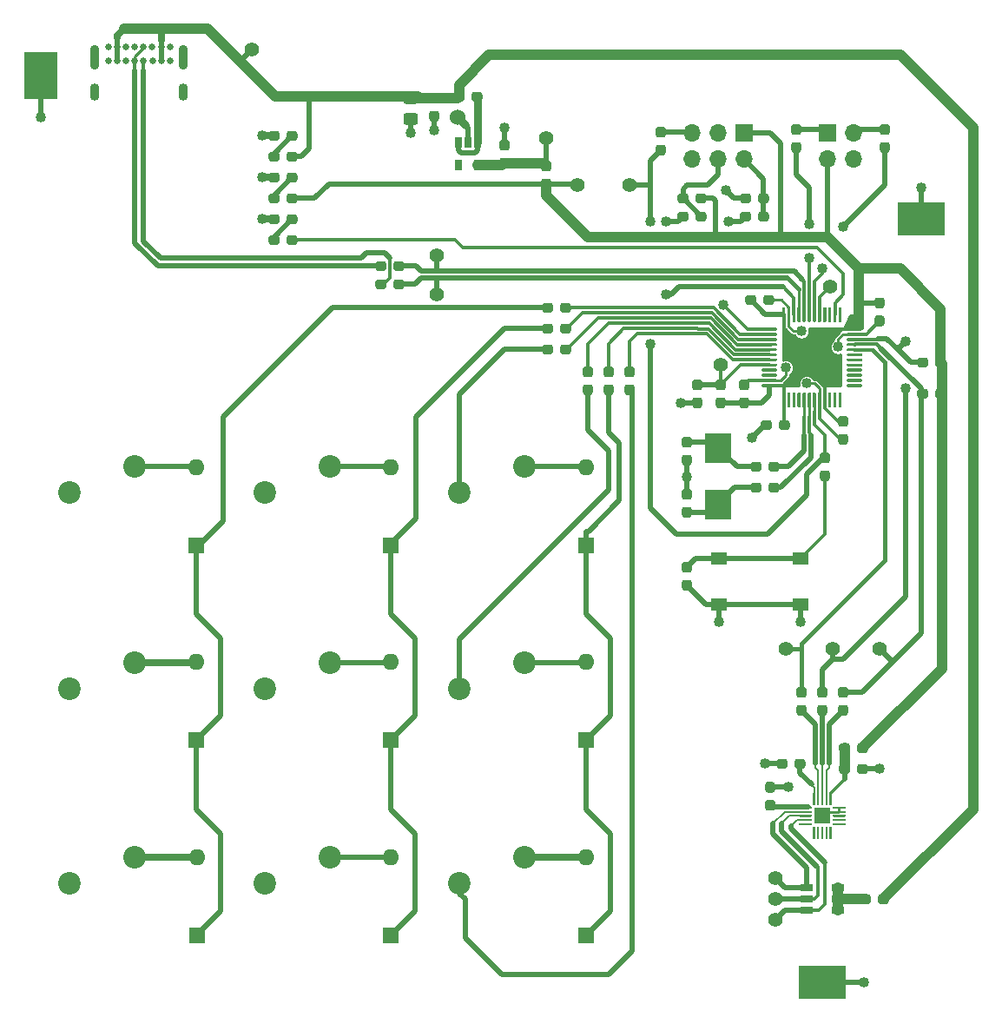
<source format=gbr>
%TF.GenerationSoftware,KiCad,Pcbnew,(5.1.6)-1*%
%TF.CreationDate,2020-09-26T21:35:22-04:00*%
%TF.ProjectId,QAZ_testboard,51415a5f-7465-4737-9462-6f6172642e6b,v1.0*%
%TF.SameCoordinates,Original*%
%TF.FileFunction,Copper,L1,Top*%
%TF.FilePolarity,Positive*%
%FSLAX46Y46*%
G04 Gerber Fmt 4.6, Leading zero omitted, Abs format (unit mm)*
G04 Created by KiCad (PCBNEW (5.1.6)-1) date 2020-09-26 21:35:22*
%MOMM*%
%LPD*%
G01*
G04 APERTURE LIST*
%TA.AperFunction,SMDPad,CuDef*%
%ADD10R,4.600000X3.300000*%
%TD*%
%TA.AperFunction,ComponentPad*%
%ADD11C,1.400000*%
%TD*%
%TA.AperFunction,ComponentPad*%
%ADD12R,1.650000X1.650000*%
%TD*%
%TA.AperFunction,SMDPad,CuDef*%
%ADD13R,2.600000X2.900000*%
%TD*%
%TA.AperFunction,SMDPad,CuDef*%
%ADD14R,0.650000X1.060000*%
%TD*%
%TA.AperFunction,SMDPad,CuDef*%
%ADD15R,3.300000X4.600000*%
%TD*%
%TA.AperFunction,ComponentPad*%
%ADD16C,2.200000*%
%TD*%
%TA.AperFunction,SMDPad,CuDef*%
%ADD17R,1.550000X1.300000*%
%TD*%
%TA.AperFunction,SMDPad,CuDef*%
%ADD18R,1.300000X0.700000*%
%TD*%
%TA.AperFunction,ComponentPad*%
%ADD19O,1.600000X1.600000*%
%TD*%
%TA.AperFunction,ComponentPad*%
%ADD20R,1.600000X1.600000*%
%TD*%
%TA.AperFunction,ComponentPad*%
%ADD21O,1.700000X1.700000*%
%TD*%
%TA.AperFunction,ComponentPad*%
%ADD22R,1.700000X1.700000*%
%TD*%
%TA.AperFunction,ComponentPad*%
%ADD23C,0.650000*%
%TD*%
%TA.AperFunction,ComponentPad*%
%ADD24O,0.900000X2.400000*%
%TD*%
%TA.AperFunction,ComponentPad*%
%ADD25O,0.900000X1.700000*%
%TD*%
%TA.AperFunction,ViaPad*%
%ADD26C,1.016000*%
%TD*%
%TA.AperFunction,ViaPad*%
%ADD27C,1.524000*%
%TD*%
%TA.AperFunction,Conductor*%
%ADD28C,0.508000*%
%TD*%
%TA.AperFunction,Conductor*%
%ADD29C,0.304800*%
%TD*%
%TA.AperFunction,Conductor*%
%ADD30C,0.254000*%
%TD*%
%TA.AperFunction,Conductor*%
%ADD31C,0.635000*%
%TD*%
%TA.AperFunction,Conductor*%
%ADD32C,0.762000*%
%TD*%
%TA.AperFunction,Conductor*%
%ADD33C,1.016000*%
%TD*%
%TA.AperFunction,Conductor*%
%ADD34C,0.203200*%
%TD*%
%TA.AperFunction,Conductor*%
%ADD35C,0.250000*%
%TD*%
%TA.AperFunction,Conductor*%
%ADD36C,0.406400*%
%TD*%
G04 APERTURE END LIST*
D10*
%TO.P,TP3,1*%
%TO.N,GND*%
X172212000Y-60198000D03*
%TD*%
%TO.P,C11,2*%
%TO.N,+3V3*%
%TA.AperFunction,SMDPad,CuDef*%
G36*
G01*
X158338000Y-80501500D02*
X158338000Y-80026500D01*
G75*
G02*
X158575500Y-79789000I237500J0D01*
G01*
X159150500Y-79789000D01*
G75*
G02*
X159388000Y-80026500I0J-237500D01*
G01*
X159388000Y-80501500D01*
G75*
G02*
X159150500Y-80739000I-237500J0D01*
G01*
X158575500Y-80739000D01*
G75*
G02*
X158338000Y-80501500I0J237500D01*
G01*
G37*
%TD.AperFunction*%
%TO.P,C11,1*%
%TO.N,GND*%
%TA.AperFunction,SMDPad,CuDef*%
G36*
G01*
X156588000Y-80501500D02*
X156588000Y-80026500D01*
G75*
G02*
X156825500Y-79789000I237500J0D01*
G01*
X157400500Y-79789000D01*
G75*
G02*
X157638000Y-80026500I0J-237500D01*
G01*
X157638000Y-80501500D01*
G75*
G02*
X157400500Y-80739000I-237500J0D01*
G01*
X156825500Y-80739000D01*
G75*
G02*
X156588000Y-80501500I0J237500D01*
G01*
G37*
%TD.AperFunction*%
%TD*%
D11*
%TO.P,TP14,1*%
%TO.N,/USB_D+*%
X124968000Y-67564000D03*
%TD*%
%TO.P,TP13,1*%
%TO.N,/USB_D-*%
X124968000Y-63754000D03*
%TD*%
D12*
%TO.P,U3,21*%
%TO.N,GND*%
X162560000Y-118364000D03*
%TO.P,U3,2*%
%TO.N,/RGB0_R*%
%TA.AperFunction,SMDPad,CuDef*%
G36*
G01*
X160285000Y-118014000D02*
X160285000Y-117914000D01*
G75*
G02*
X160335000Y-117864000I50000J0D01*
G01*
X161485000Y-117864000D01*
G75*
G02*
X161535000Y-117914000I0J-50000D01*
G01*
X161535000Y-118014000D01*
G75*
G02*
X161485000Y-118064000I-50000J0D01*
G01*
X160335000Y-118064000D01*
G75*
G02*
X160285000Y-118014000I0J50000D01*
G01*
G37*
%TD.AperFunction*%
%TO.P,U3,1*%
%TO.N,Net-(C13-Pad2)*%
%TA.AperFunction,SMDPad,CuDef*%
G36*
G01*
X160285000Y-117614000D02*
X160285000Y-117514000D01*
G75*
G02*
X160335000Y-117464000I50000J0D01*
G01*
X161485000Y-117464000D01*
G75*
G02*
X161535000Y-117514000I0J-50000D01*
G01*
X161535000Y-117614000D01*
G75*
G02*
X161485000Y-117664000I-50000J0D01*
G01*
X160335000Y-117664000D01*
G75*
G02*
X160285000Y-117614000I0J50000D01*
G01*
G37*
%TD.AperFunction*%
%TO.P,U3,3*%
%TO.N,/RGB0_G*%
%TA.AperFunction,SMDPad,CuDef*%
G36*
G01*
X160285000Y-118414000D02*
X160285000Y-118314000D01*
G75*
G02*
X160335000Y-118264000I50000J0D01*
G01*
X161485000Y-118264000D01*
G75*
G02*
X161535000Y-118314000I0J-50000D01*
G01*
X161535000Y-118414000D01*
G75*
G02*
X161485000Y-118464000I-50000J0D01*
G01*
X160335000Y-118464000D01*
G75*
G02*
X160285000Y-118414000I0J50000D01*
G01*
G37*
%TD.AperFunction*%
%TO.P,U3,7*%
%TO.N,Net-(U3-Pad7)*%
%TA.AperFunction,SMDPad,CuDef*%
G36*
G01*
X162060000Y-120589000D02*
X162060000Y-119439000D01*
G75*
G02*
X162110000Y-119389000I50000J0D01*
G01*
X162210000Y-119389000D01*
G75*
G02*
X162260000Y-119439000I0J-50000D01*
G01*
X162260000Y-120589000D01*
G75*
G02*
X162210000Y-120639000I-50000J0D01*
G01*
X162110000Y-120639000D01*
G75*
G02*
X162060000Y-120589000I0J50000D01*
G01*
G37*
%TD.AperFunction*%
%TO.P,U3,12*%
%TO.N,N/C*%
%TA.AperFunction,SMDPad,CuDef*%
G36*
G01*
X163585000Y-118814000D02*
X163585000Y-118714000D01*
G75*
G02*
X163635000Y-118664000I50000J0D01*
G01*
X164785000Y-118664000D01*
G75*
G02*
X164835000Y-118714000I0J-50000D01*
G01*
X164835000Y-118814000D01*
G75*
G02*
X164785000Y-118864000I-50000J0D01*
G01*
X163635000Y-118864000D01*
G75*
G02*
X163585000Y-118814000I0J50000D01*
G01*
G37*
%TD.AperFunction*%
%TO.P,U3,9*%
%TO.N,Net-(U3-Pad9)*%
%TA.AperFunction,SMDPad,CuDef*%
G36*
G01*
X162860000Y-120589000D02*
X162860000Y-119439000D01*
G75*
G02*
X162910000Y-119389000I50000J0D01*
G01*
X163010000Y-119389000D01*
G75*
G02*
X163060000Y-119439000I0J-50000D01*
G01*
X163060000Y-120589000D01*
G75*
G02*
X163010000Y-120639000I-50000J0D01*
G01*
X162910000Y-120639000D01*
G75*
G02*
X162860000Y-120589000I0J50000D01*
G01*
G37*
%TD.AperFunction*%
%TO.P,U3,20*%
%TO.N,Net-(R6-Pad2)*%
%TA.AperFunction,SMDPad,CuDef*%
G36*
G01*
X161660000Y-117289000D02*
X161660000Y-116139000D01*
G75*
G02*
X161710000Y-116089000I50000J0D01*
G01*
X161810000Y-116089000D01*
G75*
G02*
X161860000Y-116139000I0J-50000D01*
G01*
X161860000Y-117289000D01*
G75*
G02*
X161810000Y-117339000I-50000J0D01*
G01*
X161710000Y-117339000D01*
G75*
G02*
X161660000Y-117289000I0J50000D01*
G01*
G37*
%TD.AperFunction*%
%TO.P,U3,17*%
%TO.N,Net-(SB15-Pad2)*%
%TA.AperFunction,SMDPad,CuDef*%
G36*
G01*
X162860000Y-117289000D02*
X162860000Y-116139000D01*
G75*
G02*
X162910000Y-116089000I50000J0D01*
G01*
X163010000Y-116089000D01*
G75*
G02*
X163060000Y-116139000I0J-50000D01*
G01*
X163060000Y-117289000D01*
G75*
G02*
X163010000Y-117339000I-50000J0D01*
G01*
X162910000Y-117339000D01*
G75*
G02*
X162860000Y-117289000I0J50000D01*
G01*
G37*
%TD.AperFunction*%
%TO.P,U3,4*%
%TO.N,/RGB0_B*%
%TA.AperFunction,SMDPad,CuDef*%
G36*
G01*
X160285000Y-118814000D02*
X160285000Y-118714000D01*
G75*
G02*
X160335000Y-118664000I50000J0D01*
G01*
X161485000Y-118664000D01*
G75*
G02*
X161535000Y-118714000I0J-50000D01*
G01*
X161535000Y-118814000D01*
G75*
G02*
X161485000Y-118864000I-50000J0D01*
G01*
X160335000Y-118864000D01*
G75*
G02*
X160285000Y-118814000I0J50000D01*
G01*
G37*
%TD.AperFunction*%
%TO.P,U3,8*%
%TO.N,Net-(U3-Pad8)*%
%TA.AperFunction,SMDPad,CuDef*%
G36*
G01*
X162460000Y-120589000D02*
X162460000Y-119439000D01*
G75*
G02*
X162510000Y-119389000I50000J0D01*
G01*
X162610000Y-119389000D01*
G75*
G02*
X162660000Y-119439000I0J-50000D01*
G01*
X162660000Y-120589000D01*
G75*
G02*
X162610000Y-120639000I-50000J0D01*
G01*
X162510000Y-120639000D01*
G75*
G02*
X162460000Y-120589000I0J50000D01*
G01*
G37*
%TD.AperFunction*%
%TO.P,U3,15*%
%TO.N,GND*%
%TA.AperFunction,SMDPad,CuDef*%
G36*
G01*
X163585000Y-117614000D02*
X163585000Y-117514000D01*
G75*
G02*
X163635000Y-117464000I50000J0D01*
G01*
X164785000Y-117464000D01*
G75*
G02*
X164835000Y-117514000I0J-50000D01*
G01*
X164835000Y-117614000D01*
G75*
G02*
X164785000Y-117664000I-50000J0D01*
G01*
X163635000Y-117664000D01*
G75*
G02*
X163585000Y-117614000I0J50000D01*
G01*
G37*
%TD.AperFunction*%
%TO.P,U3,10*%
%TO.N,Net-(U3-Pad10)*%
%TA.AperFunction,SMDPad,CuDef*%
G36*
G01*
X163260000Y-120589000D02*
X163260000Y-119439000D01*
G75*
G02*
X163310000Y-119389000I50000J0D01*
G01*
X163410000Y-119389000D01*
G75*
G02*
X163460000Y-119439000I0J-50000D01*
G01*
X163460000Y-120589000D01*
G75*
G02*
X163410000Y-120639000I-50000J0D01*
G01*
X163310000Y-120639000D01*
G75*
G02*
X163260000Y-120589000I0J50000D01*
G01*
G37*
%TD.AperFunction*%
%TO.P,U3,19*%
%TO.N,Net-(SB14-Pad2)*%
%TA.AperFunction,SMDPad,CuDef*%
G36*
G01*
X162060000Y-117289000D02*
X162060000Y-116139000D01*
G75*
G02*
X162110000Y-116089000I50000J0D01*
G01*
X162210000Y-116089000D01*
G75*
G02*
X162260000Y-116139000I0J-50000D01*
G01*
X162260000Y-117289000D01*
G75*
G02*
X162210000Y-117339000I-50000J0D01*
G01*
X162110000Y-117339000D01*
G75*
G02*
X162060000Y-117289000I0J50000D01*
G01*
G37*
%TD.AperFunction*%
%TO.P,U3,16*%
%TO.N,Net-(C12-Pad2)*%
%TA.AperFunction,SMDPad,CuDef*%
G36*
G01*
X163260000Y-117289000D02*
X163260000Y-116139000D01*
G75*
G02*
X163310000Y-116089000I50000J0D01*
G01*
X163410000Y-116089000D01*
G75*
G02*
X163460000Y-116139000I0J-50000D01*
G01*
X163460000Y-117289000D01*
G75*
G02*
X163410000Y-117339000I-50000J0D01*
G01*
X163310000Y-117339000D01*
G75*
G02*
X163260000Y-117289000I0J50000D01*
G01*
G37*
%TD.AperFunction*%
%TO.P,U3,13*%
%TO.N,N/C*%
%TA.AperFunction,SMDPad,CuDef*%
G36*
G01*
X163585000Y-118414000D02*
X163585000Y-118314000D01*
G75*
G02*
X163635000Y-118264000I50000J0D01*
G01*
X164785000Y-118264000D01*
G75*
G02*
X164835000Y-118314000I0J-50000D01*
G01*
X164835000Y-118414000D01*
G75*
G02*
X164785000Y-118464000I-50000J0D01*
G01*
X163635000Y-118464000D01*
G75*
G02*
X163585000Y-118414000I0J50000D01*
G01*
G37*
%TD.AperFunction*%
%TO.P,U3,5*%
%TO.N,Net-(U3-Pad5)*%
%TA.AperFunction,SMDPad,CuDef*%
G36*
G01*
X160285000Y-119214000D02*
X160285000Y-119114000D01*
G75*
G02*
X160335000Y-119064000I50000J0D01*
G01*
X161485000Y-119064000D01*
G75*
G02*
X161535000Y-119114000I0J-50000D01*
G01*
X161535000Y-119214000D01*
G75*
G02*
X161485000Y-119264000I-50000J0D01*
G01*
X160335000Y-119264000D01*
G75*
G02*
X160285000Y-119214000I0J50000D01*
G01*
G37*
%TD.AperFunction*%
%TO.P,U3,11*%
%TO.N,N/C*%
%TA.AperFunction,SMDPad,CuDef*%
G36*
G01*
X163585000Y-119214000D02*
X163585000Y-119114000D01*
G75*
G02*
X163635000Y-119064000I50000J0D01*
G01*
X164785000Y-119064000D01*
G75*
G02*
X164835000Y-119114000I0J-50000D01*
G01*
X164835000Y-119214000D01*
G75*
G02*
X164785000Y-119264000I-50000J0D01*
G01*
X163635000Y-119264000D01*
G75*
G02*
X163585000Y-119214000I0J50000D01*
G01*
G37*
%TD.AperFunction*%
%TO.P,U3,18*%
%TO.N,Net-(SB16-Pad2)*%
%TA.AperFunction,SMDPad,CuDef*%
G36*
G01*
X162460000Y-117289000D02*
X162460000Y-116139000D01*
G75*
G02*
X162510000Y-116089000I50000J0D01*
G01*
X162610000Y-116089000D01*
G75*
G02*
X162660000Y-116139000I0J-50000D01*
G01*
X162660000Y-117289000D01*
G75*
G02*
X162610000Y-117339000I-50000J0D01*
G01*
X162510000Y-117339000D01*
G75*
G02*
X162460000Y-117289000I0J50000D01*
G01*
G37*
%TD.AperFunction*%
%TO.P,U3,6*%
%TO.N,Net-(U3-Pad6)*%
%TA.AperFunction,SMDPad,CuDef*%
G36*
G01*
X161660000Y-120589000D02*
X161660000Y-119439000D01*
G75*
G02*
X161710000Y-119389000I50000J0D01*
G01*
X161810000Y-119389000D01*
G75*
G02*
X161860000Y-119439000I0J-50000D01*
G01*
X161860000Y-120589000D01*
G75*
G02*
X161810000Y-120639000I-50000J0D01*
G01*
X161710000Y-120639000D01*
G75*
G02*
X161660000Y-120589000I0J50000D01*
G01*
G37*
%TD.AperFunction*%
%TO.P,U3,14*%
%TO.N,GND*%
%TA.AperFunction,SMDPad,CuDef*%
G36*
G01*
X163585000Y-118014000D02*
X163585000Y-117914000D01*
G75*
G02*
X163635000Y-117864000I50000J0D01*
G01*
X164785000Y-117864000D01*
G75*
G02*
X164835000Y-117914000I0J-50000D01*
G01*
X164835000Y-118014000D01*
G75*
G02*
X164785000Y-118064000I-50000J0D01*
G01*
X163635000Y-118064000D01*
G75*
G02*
X163585000Y-118014000I0J50000D01*
G01*
G37*
%TD.AperFunction*%
%TD*%
D13*
%TO.P,Y1,2*%
%TO.N,Net-(C8-Pad1)*%
X152400000Y-87994000D03*
%TO.P,Y1,1*%
%TO.N,Net-(C7-Pad1)*%
X152400000Y-82494000D03*
%TD*%
%TO.P,U2,48*%
%TO.N,+3V3*%
%TA.AperFunction,SMDPad,CuDef*%
G36*
G01*
X158044000Y-76560000D02*
X156719000Y-76560000D01*
G75*
G02*
X156644000Y-76485000I0J75000D01*
G01*
X156644000Y-76335000D01*
G75*
G02*
X156719000Y-76260000I75000J0D01*
G01*
X158044000Y-76260000D01*
G75*
G02*
X158119000Y-76335000I0J-75000D01*
G01*
X158119000Y-76485000D01*
G75*
G02*
X158044000Y-76560000I-75000J0D01*
G01*
G37*
%TD.AperFunction*%
%TO.P,U2,47*%
%TO.N,GND*%
%TA.AperFunction,SMDPad,CuDef*%
G36*
G01*
X158044000Y-76060000D02*
X156719000Y-76060000D01*
G75*
G02*
X156644000Y-75985000I0J75000D01*
G01*
X156644000Y-75835000D01*
G75*
G02*
X156719000Y-75760000I75000J0D01*
G01*
X158044000Y-75760000D01*
G75*
G02*
X158119000Y-75835000I0J-75000D01*
G01*
X158119000Y-75985000D01*
G75*
G02*
X158044000Y-76060000I-75000J0D01*
G01*
G37*
%TD.AperFunction*%
%TO.P,U2,46*%
%TO.N,Net-(U2-Pad46)*%
%TA.AperFunction,SMDPad,CuDef*%
G36*
G01*
X158044000Y-75560000D02*
X156719000Y-75560000D01*
G75*
G02*
X156644000Y-75485000I0J75000D01*
G01*
X156644000Y-75335000D01*
G75*
G02*
X156719000Y-75260000I75000J0D01*
G01*
X158044000Y-75260000D01*
G75*
G02*
X158119000Y-75335000I0J-75000D01*
G01*
X158119000Y-75485000D01*
G75*
G02*
X158044000Y-75560000I-75000J0D01*
G01*
G37*
%TD.AperFunction*%
%TO.P,U2,45*%
%TO.N,Net-(U2-Pad45)*%
%TA.AperFunction,SMDPad,CuDef*%
G36*
G01*
X158044000Y-75060000D02*
X156719000Y-75060000D01*
G75*
G02*
X156644000Y-74985000I0J75000D01*
G01*
X156644000Y-74835000D01*
G75*
G02*
X156719000Y-74760000I75000J0D01*
G01*
X158044000Y-74760000D01*
G75*
G02*
X158119000Y-74835000I0J-75000D01*
G01*
X158119000Y-74985000D01*
G75*
G02*
X158044000Y-75060000I-75000J0D01*
G01*
G37*
%TD.AperFunction*%
%TO.P,U2,44*%
%TO.N,/BOOT0*%
%TA.AperFunction,SMDPad,CuDef*%
G36*
G01*
X158044000Y-74560000D02*
X156719000Y-74560000D01*
G75*
G02*
X156644000Y-74485000I0J75000D01*
G01*
X156644000Y-74335000D01*
G75*
G02*
X156719000Y-74260000I75000J0D01*
G01*
X158044000Y-74260000D01*
G75*
G02*
X158119000Y-74335000I0J-75000D01*
G01*
X158119000Y-74485000D01*
G75*
G02*
X158044000Y-74560000I-75000J0D01*
G01*
G37*
%TD.AperFunction*%
%TO.P,U2,43*%
%TO.N,/ROW02*%
%TA.AperFunction,SMDPad,CuDef*%
G36*
G01*
X158044000Y-74060000D02*
X156719000Y-74060000D01*
G75*
G02*
X156644000Y-73985000I0J75000D01*
G01*
X156644000Y-73835000D01*
G75*
G02*
X156719000Y-73760000I75000J0D01*
G01*
X158044000Y-73760000D01*
G75*
G02*
X158119000Y-73835000I0J-75000D01*
G01*
X158119000Y-73985000D01*
G75*
G02*
X158044000Y-74060000I-75000J0D01*
G01*
G37*
%TD.AperFunction*%
%TO.P,U2,42*%
%TO.N,/COL02*%
%TA.AperFunction,SMDPad,CuDef*%
G36*
G01*
X158044000Y-73560000D02*
X156719000Y-73560000D01*
G75*
G02*
X156644000Y-73485000I0J75000D01*
G01*
X156644000Y-73335000D01*
G75*
G02*
X156719000Y-73260000I75000J0D01*
G01*
X158044000Y-73260000D01*
G75*
G02*
X158119000Y-73335000I0J-75000D01*
G01*
X158119000Y-73485000D01*
G75*
G02*
X158044000Y-73560000I-75000J0D01*
G01*
G37*
%TD.AperFunction*%
%TO.P,U2,41*%
%TO.N,/ROW01*%
%TA.AperFunction,SMDPad,CuDef*%
G36*
G01*
X158044000Y-73060000D02*
X156719000Y-73060000D01*
G75*
G02*
X156644000Y-72985000I0J75000D01*
G01*
X156644000Y-72835000D01*
G75*
G02*
X156719000Y-72760000I75000J0D01*
G01*
X158044000Y-72760000D01*
G75*
G02*
X158119000Y-72835000I0J-75000D01*
G01*
X158119000Y-72985000D01*
G75*
G02*
X158044000Y-73060000I-75000J0D01*
G01*
G37*
%TD.AperFunction*%
%TO.P,U2,40*%
%TO.N,/ROW00*%
%TA.AperFunction,SMDPad,CuDef*%
G36*
G01*
X158044000Y-72560000D02*
X156719000Y-72560000D01*
G75*
G02*
X156644000Y-72485000I0J75000D01*
G01*
X156644000Y-72335000D01*
G75*
G02*
X156719000Y-72260000I75000J0D01*
G01*
X158044000Y-72260000D01*
G75*
G02*
X158119000Y-72335000I0J-75000D01*
G01*
X158119000Y-72485000D01*
G75*
G02*
X158044000Y-72560000I-75000J0D01*
G01*
G37*
%TD.AperFunction*%
%TO.P,U2,39*%
%TO.N,/COL01*%
%TA.AperFunction,SMDPad,CuDef*%
G36*
G01*
X158044000Y-72060000D02*
X156719000Y-72060000D01*
G75*
G02*
X156644000Y-71985000I0J75000D01*
G01*
X156644000Y-71835000D01*
G75*
G02*
X156719000Y-71760000I75000J0D01*
G01*
X158044000Y-71760000D01*
G75*
G02*
X158119000Y-71835000I0J-75000D01*
G01*
X158119000Y-71985000D01*
G75*
G02*
X158044000Y-72060000I-75000J0D01*
G01*
G37*
%TD.AperFunction*%
%TO.P,U2,38*%
%TO.N,/COL00*%
%TA.AperFunction,SMDPad,CuDef*%
G36*
G01*
X158044000Y-71560000D02*
X156719000Y-71560000D01*
G75*
G02*
X156644000Y-71485000I0J75000D01*
G01*
X156644000Y-71335000D01*
G75*
G02*
X156719000Y-71260000I75000J0D01*
G01*
X158044000Y-71260000D01*
G75*
G02*
X158119000Y-71335000I0J-75000D01*
G01*
X158119000Y-71485000D01*
G75*
G02*
X158044000Y-71560000I-75000J0D01*
G01*
G37*
%TD.AperFunction*%
%TO.P,U2,37*%
%TO.N,/SWCLK*%
%TA.AperFunction,SMDPad,CuDef*%
G36*
G01*
X158044000Y-71060000D02*
X156719000Y-71060000D01*
G75*
G02*
X156644000Y-70985000I0J75000D01*
G01*
X156644000Y-70835000D01*
G75*
G02*
X156719000Y-70760000I75000J0D01*
G01*
X158044000Y-70760000D01*
G75*
G02*
X158119000Y-70835000I0J-75000D01*
G01*
X158119000Y-70985000D01*
G75*
G02*
X158044000Y-71060000I-75000J0D01*
G01*
G37*
%TD.AperFunction*%
%TO.P,U2,36*%
%TO.N,+3V3*%
%TA.AperFunction,SMDPad,CuDef*%
G36*
G01*
X158869000Y-70235000D02*
X158719000Y-70235000D01*
G75*
G02*
X158644000Y-70160000I0J75000D01*
G01*
X158644000Y-68835000D01*
G75*
G02*
X158719000Y-68760000I75000J0D01*
G01*
X158869000Y-68760000D01*
G75*
G02*
X158944000Y-68835000I0J-75000D01*
G01*
X158944000Y-70160000D01*
G75*
G02*
X158869000Y-70235000I-75000J0D01*
G01*
G37*
%TD.AperFunction*%
%TO.P,U2,35*%
%TO.N,GND*%
%TA.AperFunction,SMDPad,CuDef*%
G36*
G01*
X159369000Y-70235000D02*
X159219000Y-70235000D01*
G75*
G02*
X159144000Y-70160000I0J75000D01*
G01*
X159144000Y-68835000D01*
G75*
G02*
X159219000Y-68760000I75000J0D01*
G01*
X159369000Y-68760000D01*
G75*
G02*
X159444000Y-68835000I0J-75000D01*
G01*
X159444000Y-70160000D01*
G75*
G02*
X159369000Y-70235000I-75000J0D01*
G01*
G37*
%TD.AperFunction*%
%TO.P,U2,34*%
%TO.N,/SWDIO*%
%TA.AperFunction,SMDPad,CuDef*%
G36*
G01*
X159869000Y-70235000D02*
X159719000Y-70235000D01*
G75*
G02*
X159644000Y-70160000I0J75000D01*
G01*
X159644000Y-68835000D01*
G75*
G02*
X159719000Y-68760000I75000J0D01*
G01*
X159869000Y-68760000D01*
G75*
G02*
X159944000Y-68835000I0J-75000D01*
G01*
X159944000Y-70160000D01*
G75*
G02*
X159869000Y-70235000I-75000J0D01*
G01*
G37*
%TD.AperFunction*%
%TO.P,U2,33*%
%TO.N,/USB_D+*%
%TA.AperFunction,SMDPad,CuDef*%
G36*
G01*
X160369000Y-70235000D02*
X160219000Y-70235000D01*
G75*
G02*
X160144000Y-70160000I0J75000D01*
G01*
X160144000Y-68835000D01*
G75*
G02*
X160219000Y-68760000I75000J0D01*
G01*
X160369000Y-68760000D01*
G75*
G02*
X160444000Y-68835000I0J-75000D01*
G01*
X160444000Y-70160000D01*
G75*
G02*
X160369000Y-70235000I-75000J0D01*
G01*
G37*
%TD.AperFunction*%
%TO.P,U2,32*%
%TO.N,/USB_D-*%
%TA.AperFunction,SMDPad,CuDef*%
G36*
G01*
X160869000Y-70235000D02*
X160719000Y-70235000D01*
G75*
G02*
X160644000Y-70160000I0J75000D01*
G01*
X160644000Y-68835000D01*
G75*
G02*
X160719000Y-68760000I75000J0D01*
G01*
X160869000Y-68760000D01*
G75*
G02*
X160944000Y-68835000I0J-75000D01*
G01*
X160944000Y-70160000D01*
G75*
G02*
X160869000Y-70235000I-75000J0D01*
G01*
G37*
%TD.AperFunction*%
%TO.P,U2,31*%
%TO.N,/DBG_RX*%
%TA.AperFunction,SMDPad,CuDef*%
G36*
G01*
X161369000Y-70235000D02*
X161219000Y-70235000D01*
G75*
G02*
X161144000Y-70160000I0J75000D01*
G01*
X161144000Y-68835000D01*
G75*
G02*
X161219000Y-68760000I75000J0D01*
G01*
X161369000Y-68760000D01*
G75*
G02*
X161444000Y-68835000I0J-75000D01*
G01*
X161444000Y-70160000D01*
G75*
G02*
X161369000Y-70235000I-75000J0D01*
G01*
G37*
%TD.AperFunction*%
%TO.P,U2,30*%
%TO.N,/DBG_TX*%
%TA.AperFunction,SMDPad,CuDef*%
G36*
G01*
X161869000Y-70235000D02*
X161719000Y-70235000D01*
G75*
G02*
X161644000Y-70160000I0J75000D01*
G01*
X161644000Y-68835000D01*
G75*
G02*
X161719000Y-68760000I75000J0D01*
G01*
X161869000Y-68760000D01*
G75*
G02*
X161944000Y-68835000I0J-75000D01*
G01*
X161944000Y-70160000D01*
G75*
G02*
X161869000Y-70235000I-75000J0D01*
G01*
G37*
%TD.AperFunction*%
%TO.P,U2,29*%
%TO.N,/CLKOUT*%
%TA.AperFunction,SMDPad,CuDef*%
G36*
G01*
X162369000Y-70235000D02*
X162219000Y-70235000D01*
G75*
G02*
X162144000Y-70160000I0J75000D01*
G01*
X162144000Y-68835000D01*
G75*
G02*
X162219000Y-68760000I75000J0D01*
G01*
X162369000Y-68760000D01*
G75*
G02*
X162444000Y-68835000I0J-75000D01*
G01*
X162444000Y-70160000D01*
G75*
G02*
X162369000Y-70235000I-75000J0D01*
G01*
G37*
%TD.AperFunction*%
%TO.P,U2,28*%
%TO.N,Net-(U2-Pad28)*%
%TA.AperFunction,SMDPad,CuDef*%
G36*
G01*
X162869000Y-70235000D02*
X162719000Y-70235000D01*
G75*
G02*
X162644000Y-70160000I0J75000D01*
G01*
X162644000Y-68835000D01*
G75*
G02*
X162719000Y-68760000I75000J0D01*
G01*
X162869000Y-68760000D01*
G75*
G02*
X162944000Y-68835000I0J-75000D01*
G01*
X162944000Y-70160000D01*
G75*
G02*
X162869000Y-70235000I-75000J0D01*
G01*
G37*
%TD.AperFunction*%
%TO.P,U2,27*%
%TO.N,Net-(U2-Pad27)*%
%TA.AperFunction,SMDPad,CuDef*%
G36*
G01*
X163369000Y-70235000D02*
X163219000Y-70235000D01*
G75*
G02*
X163144000Y-70160000I0J75000D01*
G01*
X163144000Y-68835000D01*
G75*
G02*
X163219000Y-68760000I75000J0D01*
G01*
X163369000Y-68760000D01*
G75*
G02*
X163444000Y-68835000I0J-75000D01*
G01*
X163444000Y-70160000D01*
G75*
G02*
X163369000Y-70235000I-75000J0D01*
G01*
G37*
%TD.AperFunction*%
%TO.P,U2,26*%
%TO.N,/HB_LED*%
%TA.AperFunction,SMDPad,CuDef*%
G36*
G01*
X163869000Y-70235000D02*
X163719000Y-70235000D01*
G75*
G02*
X163644000Y-70160000I0J75000D01*
G01*
X163644000Y-68835000D01*
G75*
G02*
X163719000Y-68760000I75000J0D01*
G01*
X163869000Y-68760000D01*
G75*
G02*
X163944000Y-68835000I0J-75000D01*
G01*
X163944000Y-70160000D01*
G75*
G02*
X163869000Y-70235000I-75000J0D01*
G01*
G37*
%TD.AperFunction*%
%TO.P,U2,25*%
%TO.N,Net-(U2-Pad25)*%
%TA.AperFunction,SMDPad,CuDef*%
G36*
G01*
X164369000Y-70235000D02*
X164219000Y-70235000D01*
G75*
G02*
X164144000Y-70160000I0J75000D01*
G01*
X164144000Y-68835000D01*
G75*
G02*
X164219000Y-68760000I75000J0D01*
G01*
X164369000Y-68760000D01*
G75*
G02*
X164444000Y-68835000I0J-75000D01*
G01*
X164444000Y-70160000D01*
G75*
G02*
X164369000Y-70235000I-75000J0D01*
G01*
G37*
%TD.AperFunction*%
%TO.P,U2,24*%
%TO.N,+3V3*%
%TA.AperFunction,SMDPad,CuDef*%
G36*
G01*
X166369000Y-71060000D02*
X165044000Y-71060000D01*
G75*
G02*
X164969000Y-70985000I0J75000D01*
G01*
X164969000Y-70835000D01*
G75*
G02*
X165044000Y-70760000I75000J0D01*
G01*
X166369000Y-70760000D01*
G75*
G02*
X166444000Y-70835000I0J-75000D01*
G01*
X166444000Y-70985000D01*
G75*
G02*
X166369000Y-71060000I-75000J0D01*
G01*
G37*
%TD.AperFunction*%
%TO.P,U2,23*%
%TO.N,GND*%
%TA.AperFunction,SMDPad,CuDef*%
G36*
G01*
X166369000Y-71560000D02*
X165044000Y-71560000D01*
G75*
G02*
X164969000Y-71485000I0J75000D01*
G01*
X164969000Y-71335000D01*
G75*
G02*
X165044000Y-71260000I75000J0D01*
G01*
X166369000Y-71260000D01*
G75*
G02*
X166444000Y-71335000I0J-75000D01*
G01*
X166444000Y-71485000D01*
G75*
G02*
X166369000Y-71560000I-75000J0D01*
G01*
G37*
%TD.AperFunction*%
%TO.P,U2,22*%
%TO.N,/LED_SDA*%
%TA.AperFunction,SMDPad,CuDef*%
G36*
G01*
X166369000Y-72060000D02*
X165044000Y-72060000D01*
G75*
G02*
X164969000Y-71985000I0J75000D01*
G01*
X164969000Y-71835000D01*
G75*
G02*
X165044000Y-71760000I75000J0D01*
G01*
X166369000Y-71760000D01*
G75*
G02*
X166444000Y-71835000I0J-75000D01*
G01*
X166444000Y-71985000D01*
G75*
G02*
X166369000Y-72060000I-75000J0D01*
G01*
G37*
%TD.AperFunction*%
%TO.P,U2,21*%
%TO.N,/LED_SCL*%
%TA.AperFunction,SMDPad,CuDef*%
G36*
G01*
X166369000Y-72560000D02*
X165044000Y-72560000D01*
G75*
G02*
X164969000Y-72485000I0J75000D01*
G01*
X164969000Y-72335000D01*
G75*
G02*
X165044000Y-72260000I75000J0D01*
G01*
X166369000Y-72260000D01*
G75*
G02*
X166444000Y-72335000I0J-75000D01*
G01*
X166444000Y-72485000D01*
G75*
G02*
X166369000Y-72560000I-75000J0D01*
G01*
G37*
%TD.AperFunction*%
%TO.P,U2,20*%
%TO.N,/LED_EN*%
%TA.AperFunction,SMDPad,CuDef*%
G36*
G01*
X166369000Y-73060000D02*
X165044000Y-73060000D01*
G75*
G02*
X164969000Y-72985000I0J75000D01*
G01*
X164969000Y-72835000D01*
G75*
G02*
X165044000Y-72760000I75000J0D01*
G01*
X166369000Y-72760000D01*
G75*
G02*
X166444000Y-72835000I0J-75000D01*
G01*
X166444000Y-72985000D01*
G75*
G02*
X166369000Y-73060000I-75000J0D01*
G01*
G37*
%TD.AperFunction*%
%TO.P,U2,19*%
%TO.N,Net-(U2-Pad19)*%
%TA.AperFunction,SMDPad,CuDef*%
G36*
G01*
X166369000Y-73560000D02*
X165044000Y-73560000D01*
G75*
G02*
X164969000Y-73485000I0J75000D01*
G01*
X164969000Y-73335000D01*
G75*
G02*
X165044000Y-73260000I75000J0D01*
G01*
X166369000Y-73260000D01*
G75*
G02*
X166444000Y-73335000I0J-75000D01*
G01*
X166444000Y-73485000D01*
G75*
G02*
X166369000Y-73560000I-75000J0D01*
G01*
G37*
%TD.AperFunction*%
%TO.P,U2,18*%
%TO.N,Net-(U2-Pad18)*%
%TA.AperFunction,SMDPad,CuDef*%
G36*
G01*
X166369000Y-74060000D02*
X165044000Y-74060000D01*
G75*
G02*
X164969000Y-73985000I0J75000D01*
G01*
X164969000Y-73835000D01*
G75*
G02*
X165044000Y-73760000I75000J0D01*
G01*
X166369000Y-73760000D01*
G75*
G02*
X166444000Y-73835000I0J-75000D01*
G01*
X166444000Y-73985000D01*
G75*
G02*
X166369000Y-74060000I-75000J0D01*
G01*
G37*
%TD.AperFunction*%
%TO.P,U2,17*%
%TO.N,Net-(U2-Pad17)*%
%TA.AperFunction,SMDPad,CuDef*%
G36*
G01*
X166369000Y-74560000D02*
X165044000Y-74560000D01*
G75*
G02*
X164969000Y-74485000I0J75000D01*
G01*
X164969000Y-74335000D01*
G75*
G02*
X165044000Y-74260000I75000J0D01*
G01*
X166369000Y-74260000D01*
G75*
G02*
X166444000Y-74335000I0J-75000D01*
G01*
X166444000Y-74485000D01*
G75*
G02*
X166369000Y-74560000I-75000J0D01*
G01*
G37*
%TD.AperFunction*%
%TO.P,U2,16*%
%TO.N,Net-(U2-Pad16)*%
%TA.AperFunction,SMDPad,CuDef*%
G36*
G01*
X166369000Y-75060000D02*
X165044000Y-75060000D01*
G75*
G02*
X164969000Y-74985000I0J75000D01*
G01*
X164969000Y-74835000D01*
G75*
G02*
X165044000Y-74760000I75000J0D01*
G01*
X166369000Y-74760000D01*
G75*
G02*
X166444000Y-74835000I0J-75000D01*
G01*
X166444000Y-74985000D01*
G75*
G02*
X166369000Y-75060000I-75000J0D01*
G01*
G37*
%TD.AperFunction*%
%TO.P,U2,15*%
%TO.N,Net-(U2-Pad15)*%
%TA.AperFunction,SMDPad,CuDef*%
G36*
G01*
X166369000Y-75560000D02*
X165044000Y-75560000D01*
G75*
G02*
X164969000Y-75485000I0J75000D01*
G01*
X164969000Y-75335000D01*
G75*
G02*
X165044000Y-75260000I75000J0D01*
G01*
X166369000Y-75260000D01*
G75*
G02*
X166444000Y-75335000I0J-75000D01*
G01*
X166444000Y-75485000D01*
G75*
G02*
X166369000Y-75560000I-75000J0D01*
G01*
G37*
%TD.AperFunction*%
%TO.P,U2,14*%
%TO.N,Net-(U2-Pad14)*%
%TA.AperFunction,SMDPad,CuDef*%
G36*
G01*
X166369000Y-76060000D02*
X165044000Y-76060000D01*
G75*
G02*
X164969000Y-75985000I0J75000D01*
G01*
X164969000Y-75835000D01*
G75*
G02*
X165044000Y-75760000I75000J0D01*
G01*
X166369000Y-75760000D01*
G75*
G02*
X166444000Y-75835000I0J-75000D01*
G01*
X166444000Y-75985000D01*
G75*
G02*
X166369000Y-76060000I-75000J0D01*
G01*
G37*
%TD.AperFunction*%
%TO.P,U2,13*%
%TO.N,Net-(U2-Pad13)*%
%TA.AperFunction,SMDPad,CuDef*%
G36*
G01*
X166369000Y-76560000D02*
X165044000Y-76560000D01*
G75*
G02*
X164969000Y-76485000I0J75000D01*
G01*
X164969000Y-76335000D01*
G75*
G02*
X165044000Y-76260000I75000J0D01*
G01*
X166369000Y-76260000D01*
G75*
G02*
X166444000Y-76335000I0J-75000D01*
G01*
X166444000Y-76485000D01*
G75*
G02*
X166369000Y-76560000I-75000J0D01*
G01*
G37*
%TD.AperFunction*%
%TO.P,U2,12*%
%TO.N,Net-(U2-Pad12)*%
%TA.AperFunction,SMDPad,CuDef*%
G36*
G01*
X164369000Y-78560000D02*
X164219000Y-78560000D01*
G75*
G02*
X164144000Y-78485000I0J75000D01*
G01*
X164144000Y-77160000D01*
G75*
G02*
X164219000Y-77085000I75000J0D01*
G01*
X164369000Y-77085000D01*
G75*
G02*
X164444000Y-77160000I0J-75000D01*
G01*
X164444000Y-78485000D01*
G75*
G02*
X164369000Y-78560000I-75000J0D01*
G01*
G37*
%TD.AperFunction*%
%TO.P,U2,11*%
%TO.N,Net-(U2-Pad11)*%
%TA.AperFunction,SMDPad,CuDef*%
G36*
G01*
X163869000Y-78560000D02*
X163719000Y-78560000D01*
G75*
G02*
X163644000Y-78485000I0J75000D01*
G01*
X163644000Y-77160000D01*
G75*
G02*
X163719000Y-77085000I75000J0D01*
G01*
X163869000Y-77085000D01*
G75*
G02*
X163944000Y-77160000I0J-75000D01*
G01*
X163944000Y-78485000D01*
G75*
G02*
X163869000Y-78560000I-75000J0D01*
G01*
G37*
%TD.AperFunction*%
%TO.P,U2,10*%
%TO.N,Net-(U2-Pad10)*%
%TA.AperFunction,SMDPad,CuDef*%
G36*
G01*
X163369000Y-78560000D02*
X163219000Y-78560000D01*
G75*
G02*
X163144000Y-78485000I0J75000D01*
G01*
X163144000Y-77160000D01*
G75*
G02*
X163219000Y-77085000I75000J0D01*
G01*
X163369000Y-77085000D01*
G75*
G02*
X163444000Y-77160000I0J-75000D01*
G01*
X163444000Y-78485000D01*
G75*
G02*
X163369000Y-78560000I-75000J0D01*
G01*
G37*
%TD.AperFunction*%
%TO.P,U2,9*%
%TO.N,+3V3*%
%TA.AperFunction,SMDPad,CuDef*%
G36*
G01*
X162869000Y-78560000D02*
X162719000Y-78560000D01*
G75*
G02*
X162644000Y-78485000I0J75000D01*
G01*
X162644000Y-77160000D01*
G75*
G02*
X162719000Y-77085000I75000J0D01*
G01*
X162869000Y-77085000D01*
G75*
G02*
X162944000Y-77160000I0J-75000D01*
G01*
X162944000Y-78485000D01*
G75*
G02*
X162869000Y-78560000I-75000J0D01*
G01*
G37*
%TD.AperFunction*%
%TO.P,U2,8*%
%TO.N,GND*%
%TA.AperFunction,SMDPad,CuDef*%
G36*
G01*
X162369000Y-78560000D02*
X162219000Y-78560000D01*
G75*
G02*
X162144000Y-78485000I0J75000D01*
G01*
X162144000Y-77160000D01*
G75*
G02*
X162219000Y-77085000I75000J0D01*
G01*
X162369000Y-77085000D01*
G75*
G02*
X162444000Y-77160000I0J-75000D01*
G01*
X162444000Y-78485000D01*
G75*
G02*
X162369000Y-78560000I-75000J0D01*
G01*
G37*
%TD.AperFunction*%
%TO.P,U2,7*%
%TO.N,/nRESET*%
%TA.AperFunction,SMDPad,CuDef*%
G36*
G01*
X161869000Y-78560000D02*
X161719000Y-78560000D01*
G75*
G02*
X161644000Y-78485000I0J75000D01*
G01*
X161644000Y-77160000D01*
G75*
G02*
X161719000Y-77085000I75000J0D01*
G01*
X161869000Y-77085000D01*
G75*
G02*
X161944000Y-77160000I0J-75000D01*
G01*
X161944000Y-78485000D01*
G75*
G02*
X161869000Y-78560000I-75000J0D01*
G01*
G37*
%TD.AperFunction*%
%TO.P,U2,6*%
%TO.N,/OSC_OUT*%
%TA.AperFunction,SMDPad,CuDef*%
G36*
G01*
X161369000Y-78560000D02*
X161219000Y-78560000D01*
G75*
G02*
X161144000Y-78485000I0J75000D01*
G01*
X161144000Y-77160000D01*
G75*
G02*
X161219000Y-77085000I75000J0D01*
G01*
X161369000Y-77085000D01*
G75*
G02*
X161444000Y-77160000I0J-75000D01*
G01*
X161444000Y-78485000D01*
G75*
G02*
X161369000Y-78560000I-75000J0D01*
G01*
G37*
%TD.AperFunction*%
%TO.P,U2,5*%
%TO.N,/OSC_IN*%
%TA.AperFunction,SMDPad,CuDef*%
G36*
G01*
X160869000Y-78560000D02*
X160719000Y-78560000D01*
G75*
G02*
X160644000Y-78485000I0J75000D01*
G01*
X160644000Y-77160000D01*
G75*
G02*
X160719000Y-77085000I75000J0D01*
G01*
X160869000Y-77085000D01*
G75*
G02*
X160944000Y-77160000I0J-75000D01*
G01*
X160944000Y-78485000D01*
G75*
G02*
X160869000Y-78560000I-75000J0D01*
G01*
G37*
%TD.AperFunction*%
%TO.P,U2,4*%
%TO.N,Net-(U2-Pad4)*%
%TA.AperFunction,SMDPad,CuDef*%
G36*
G01*
X160369000Y-78560000D02*
X160219000Y-78560000D01*
G75*
G02*
X160144000Y-78485000I0J75000D01*
G01*
X160144000Y-77160000D01*
G75*
G02*
X160219000Y-77085000I75000J0D01*
G01*
X160369000Y-77085000D01*
G75*
G02*
X160444000Y-77160000I0J-75000D01*
G01*
X160444000Y-78485000D01*
G75*
G02*
X160369000Y-78560000I-75000J0D01*
G01*
G37*
%TD.AperFunction*%
%TO.P,U2,3*%
%TO.N,Net-(U2-Pad3)*%
%TA.AperFunction,SMDPad,CuDef*%
G36*
G01*
X159869000Y-78560000D02*
X159719000Y-78560000D01*
G75*
G02*
X159644000Y-78485000I0J75000D01*
G01*
X159644000Y-77160000D01*
G75*
G02*
X159719000Y-77085000I75000J0D01*
G01*
X159869000Y-77085000D01*
G75*
G02*
X159944000Y-77160000I0J-75000D01*
G01*
X159944000Y-78485000D01*
G75*
G02*
X159869000Y-78560000I-75000J0D01*
G01*
G37*
%TD.AperFunction*%
%TO.P,U2,2*%
%TO.N,Net-(U2-Pad2)*%
%TA.AperFunction,SMDPad,CuDef*%
G36*
G01*
X159369000Y-78560000D02*
X159219000Y-78560000D01*
G75*
G02*
X159144000Y-78485000I0J75000D01*
G01*
X159144000Y-77160000D01*
G75*
G02*
X159219000Y-77085000I75000J0D01*
G01*
X159369000Y-77085000D01*
G75*
G02*
X159444000Y-77160000I0J-75000D01*
G01*
X159444000Y-78485000D01*
G75*
G02*
X159369000Y-78560000I-75000J0D01*
G01*
G37*
%TD.AperFunction*%
%TO.P,U2,1*%
%TO.N,+3V3*%
%TA.AperFunction,SMDPad,CuDef*%
G36*
G01*
X158869000Y-78560000D02*
X158719000Y-78560000D01*
G75*
G02*
X158644000Y-78485000I0J75000D01*
G01*
X158644000Y-77160000D01*
G75*
G02*
X158719000Y-77085000I75000J0D01*
G01*
X158869000Y-77085000D01*
G75*
G02*
X158944000Y-77160000I0J-75000D01*
G01*
X158944000Y-78485000D01*
G75*
G02*
X158869000Y-78560000I-75000J0D01*
G01*
G37*
%TD.AperFunction*%
%TD*%
D14*
%TO.P,U1,5*%
%TO.N,Net-(C10-Pad2)*%
X128966000Y-54948000D03*
%TO.P,U1,4*%
%TO.N,Net-(U1-Pad4)*%
X127066000Y-54948000D03*
%TO.P,U1,3*%
%TO.N,Net-(SB2-Pad2)*%
X127066000Y-52748000D03*
%TO.P,U1,2*%
%TO.N,GND*%
X128016000Y-52748000D03*
%TO.P,U1,1*%
%TO.N,Net-(SB2-Pad2)*%
X128966000Y-52748000D03*
%TD*%
D11*
%TO.P,TP17,1*%
%TO.N,/RGB0_B*%
X157988000Y-128524000D03*
%TD*%
%TO.P,TP16,1*%
%TO.N,/RGB0_G*%
X157988000Y-126492000D03*
%TD*%
%TO.P,TP15,1*%
%TO.N,/RGB0_R*%
X157988000Y-124460000D03*
%TD*%
%TO.P,TP12,1*%
%TO.N,/CLKOUT*%
X163322000Y-66802000D03*
%TD*%
%TO.P,TP9,1*%
%TO.N,/LED_EN*%
X159004000Y-102108000D03*
%TD*%
%TO.P,TP11,1*%
%TO.N,/LED_SDA*%
X163576000Y-102108000D03*
%TD*%
%TO.P,TP10,1*%
%TO.N,/LED_SCL*%
X168148000Y-102108000D03*
%TD*%
%TO.P,TP8,1*%
%TO.N,/BOOT0*%
X152654000Y-74422000D03*
%TD*%
%TO.P,TP7,1*%
%TO.N,/nRESET*%
X143764000Y-56896000D03*
%TD*%
%TO.P,TP6,1*%
%TO.N,+3V3*%
X138684000Y-56896000D03*
%TD*%
%TO.P,TP5,1*%
%TO.N,Net-(C10-Pad2)*%
X135636000Y-52324000D03*
%TD*%
D10*
%TO.P,TP4,1*%
%TO.N,GND*%
X162560000Y-134620000D03*
%TD*%
D15*
%TO.P,TP2,1*%
%TO.N,GND*%
X86360000Y-46228000D03*
%TD*%
D11*
%TO.P,TP1,1*%
%TO.N,+5V*%
X106934000Y-43688000D03*
%TD*%
D16*
%TO.P,SW10,2*%
%TO.N,/QAZ Testboard Keys/ROW02*%
X127190000Y-124960000D03*
%TO.P,SW10,1*%
%TO.N,Net-(D9-Pad2)*%
X133540000Y-122420000D03*
%TD*%
%TO.P,SW9,2*%
%TO.N,/QAZ Testboard Keys/ROW01*%
X127190000Y-105960000D03*
%TO.P,SW9,1*%
%TO.N,Net-(D8-Pad2)*%
X133540000Y-103420000D03*
%TD*%
%TO.P,SW8,2*%
%TO.N,/QAZ Testboard Keys/ROW00*%
X127190000Y-86868000D03*
%TO.P,SW8,1*%
%TO.N,Net-(D7-Pad2)*%
X133540000Y-84328000D03*
%TD*%
%TO.P,SW7,2*%
%TO.N,/QAZ Testboard Keys/ROW02*%
X108190000Y-124960000D03*
%TO.P,SW7,1*%
%TO.N,Net-(D6-Pad2)*%
X114540000Y-122420000D03*
%TD*%
%TO.P,SW6,2*%
%TO.N,/QAZ Testboard Keys/ROW01*%
X108190000Y-105960000D03*
%TO.P,SW6,1*%
%TO.N,Net-(D5-Pad2)*%
X114540000Y-103420000D03*
%TD*%
%TO.P,SW5,2*%
%TO.N,/QAZ Testboard Keys/ROW00*%
X108190000Y-86868000D03*
%TO.P,SW5,1*%
%TO.N,Net-(D4-Pad2)*%
X114540000Y-84328000D03*
%TD*%
%TO.P,SW4,2*%
%TO.N,/QAZ Testboard Keys/ROW02*%
X89190000Y-124960000D03*
%TO.P,SW4,1*%
%TO.N,Net-(D3-Pad2)*%
X95540000Y-122420000D03*
%TD*%
%TO.P,SW3,2*%
%TO.N,/QAZ Testboard Keys/ROW01*%
X89190000Y-105960000D03*
%TO.P,SW3,1*%
%TO.N,Net-(D2-Pad2)*%
X95540000Y-103420000D03*
%TD*%
%TO.P,SW2,2*%
%TO.N,/QAZ Testboard Keys/ROW00*%
X89190000Y-86868000D03*
%TO.P,SW2,1*%
%TO.N,Net-(D1-Pad2)*%
X95540000Y-84328000D03*
%TD*%
D17*
%TO.P,SW1,2*%
%TO.N,Net-(C1-Pad2)*%
X152484000Y-93254000D03*
%TO.P,SW1,1*%
%TO.N,GND*%
X152484000Y-97754000D03*
X160444000Y-97754000D03*
%TO.P,SW1,2*%
%TO.N,Net-(C1-Pad2)*%
X160444000Y-93254000D03*
%TD*%
%TO.P,SB20,2*%
%TO.N,+5V*%
%TA.AperFunction,SMDPad,CuDef*%
G36*
G01*
X167990000Y-126729500D02*
X167990000Y-126254500D01*
G75*
G02*
X168227500Y-126017000I237500J0D01*
G01*
X168802500Y-126017000D01*
G75*
G02*
X169040000Y-126254500I0J-237500D01*
G01*
X169040000Y-126729500D01*
G75*
G02*
X168802500Y-126967000I-237500J0D01*
G01*
X168227500Y-126967000D01*
G75*
G02*
X167990000Y-126729500I0J237500D01*
G01*
G37*
%TD.AperFunction*%
%TO.P,SB20,1*%
%TO.N,Net-(LED4-Pad4)*%
%TA.AperFunction,SMDPad,CuDef*%
G36*
G01*
X166240000Y-126729500D02*
X166240000Y-126254500D01*
G75*
G02*
X166477500Y-126017000I237500J0D01*
G01*
X167052500Y-126017000D01*
G75*
G02*
X167290000Y-126254500I0J-237500D01*
G01*
X167290000Y-126729500D01*
G75*
G02*
X167052500Y-126967000I-237500J0D01*
G01*
X166477500Y-126967000D01*
G75*
G02*
X166240000Y-126729500I0J237500D01*
G01*
G37*
%TD.AperFunction*%
%TD*%
%TO.P,SB19,2*%
%TO.N,/COL02*%
%TA.AperFunction,SMDPad,CuDef*%
G36*
G01*
X141969500Y-75596000D02*
X141494500Y-75596000D01*
G75*
G02*
X141257000Y-75358500I0J237500D01*
G01*
X141257000Y-74783500D01*
G75*
G02*
X141494500Y-74546000I237500J0D01*
G01*
X141969500Y-74546000D01*
G75*
G02*
X142207000Y-74783500I0J-237500D01*
G01*
X142207000Y-75358500D01*
G75*
G02*
X141969500Y-75596000I-237500J0D01*
G01*
G37*
%TD.AperFunction*%
%TO.P,SB19,1*%
%TO.N,/QAZ Testboard Keys/COL02*%
%TA.AperFunction,SMDPad,CuDef*%
G36*
G01*
X141969500Y-77346000D02*
X141494500Y-77346000D01*
G75*
G02*
X141257000Y-77108500I0J237500D01*
G01*
X141257000Y-76533500D01*
G75*
G02*
X141494500Y-76296000I237500J0D01*
G01*
X141969500Y-76296000D01*
G75*
G02*
X142207000Y-76533500I0J-237500D01*
G01*
X142207000Y-77108500D01*
G75*
G02*
X141969500Y-77346000I-237500J0D01*
G01*
G37*
%TD.AperFunction*%
%TD*%
%TO.P,SB18,2*%
%TO.N,/COL01*%
%TA.AperFunction,SMDPad,CuDef*%
G36*
G01*
X137002000Y-71103500D02*
X137002000Y-70628500D01*
G75*
G02*
X137239500Y-70391000I237500J0D01*
G01*
X137814500Y-70391000D01*
G75*
G02*
X138052000Y-70628500I0J-237500D01*
G01*
X138052000Y-71103500D01*
G75*
G02*
X137814500Y-71341000I-237500J0D01*
G01*
X137239500Y-71341000D01*
G75*
G02*
X137002000Y-71103500I0J237500D01*
G01*
G37*
%TD.AperFunction*%
%TO.P,SB18,1*%
%TO.N,/QAZ Testboard Keys/COL01*%
%TA.AperFunction,SMDPad,CuDef*%
G36*
G01*
X135252000Y-71103500D02*
X135252000Y-70628500D01*
G75*
G02*
X135489500Y-70391000I237500J0D01*
G01*
X136064500Y-70391000D01*
G75*
G02*
X136302000Y-70628500I0J-237500D01*
G01*
X136302000Y-71103500D01*
G75*
G02*
X136064500Y-71341000I-237500J0D01*
G01*
X135489500Y-71341000D01*
G75*
G02*
X135252000Y-71103500I0J237500D01*
G01*
G37*
%TD.AperFunction*%
%TD*%
%TO.P,SB17,2*%
%TO.N,/COL00*%
%TA.AperFunction,SMDPad,CuDef*%
G36*
G01*
X137002000Y-69071500D02*
X137002000Y-68596500D01*
G75*
G02*
X137239500Y-68359000I237500J0D01*
G01*
X137814500Y-68359000D01*
G75*
G02*
X138052000Y-68596500I0J-237500D01*
G01*
X138052000Y-69071500D01*
G75*
G02*
X137814500Y-69309000I-237500J0D01*
G01*
X137239500Y-69309000D01*
G75*
G02*
X137002000Y-69071500I0J237500D01*
G01*
G37*
%TD.AperFunction*%
%TO.P,SB17,1*%
%TO.N,/QAZ Testboard Keys/COL00*%
%TA.AperFunction,SMDPad,CuDef*%
G36*
G01*
X135252000Y-69071500D02*
X135252000Y-68596500D01*
G75*
G02*
X135489500Y-68359000I237500J0D01*
G01*
X136064500Y-68359000D01*
G75*
G02*
X136302000Y-68596500I0J-237500D01*
G01*
X136302000Y-69071500D01*
G75*
G02*
X136064500Y-69309000I-237500J0D01*
G01*
X135489500Y-69309000D01*
G75*
G02*
X135252000Y-69071500I0J237500D01*
G01*
G37*
%TD.AperFunction*%
%TD*%
%TO.P,SB16,2*%
%TO.N,Net-(SB16-Pad2)*%
%TA.AperFunction,SMDPad,CuDef*%
G36*
G01*
X162322500Y-107538000D02*
X162797500Y-107538000D01*
G75*
G02*
X163035000Y-107775500I0J-237500D01*
G01*
X163035000Y-108350500D01*
G75*
G02*
X162797500Y-108588000I-237500J0D01*
G01*
X162322500Y-108588000D01*
G75*
G02*
X162085000Y-108350500I0J237500D01*
G01*
X162085000Y-107775500D01*
G75*
G02*
X162322500Y-107538000I237500J0D01*
G01*
G37*
%TD.AperFunction*%
%TO.P,SB16,1*%
%TO.N,/LED_SDA*%
%TA.AperFunction,SMDPad,CuDef*%
G36*
G01*
X162322500Y-105788000D02*
X162797500Y-105788000D01*
G75*
G02*
X163035000Y-106025500I0J-237500D01*
G01*
X163035000Y-106600500D01*
G75*
G02*
X162797500Y-106838000I-237500J0D01*
G01*
X162322500Y-106838000D01*
G75*
G02*
X162085000Y-106600500I0J237500D01*
G01*
X162085000Y-106025500D01*
G75*
G02*
X162322500Y-105788000I237500J0D01*
G01*
G37*
%TD.AperFunction*%
%TD*%
%TO.P,SB15,2*%
%TO.N,Net-(SB15-Pad2)*%
%TA.AperFunction,SMDPad,CuDef*%
G36*
G01*
X164354500Y-107538000D02*
X164829500Y-107538000D01*
G75*
G02*
X165067000Y-107775500I0J-237500D01*
G01*
X165067000Y-108350500D01*
G75*
G02*
X164829500Y-108588000I-237500J0D01*
G01*
X164354500Y-108588000D01*
G75*
G02*
X164117000Y-108350500I0J237500D01*
G01*
X164117000Y-107775500D01*
G75*
G02*
X164354500Y-107538000I237500J0D01*
G01*
G37*
%TD.AperFunction*%
%TO.P,SB15,1*%
%TO.N,/LED_SCL*%
%TA.AperFunction,SMDPad,CuDef*%
G36*
G01*
X164354500Y-105788000D02*
X164829500Y-105788000D01*
G75*
G02*
X165067000Y-106025500I0J-237500D01*
G01*
X165067000Y-106600500D01*
G75*
G02*
X164829500Y-106838000I-237500J0D01*
G01*
X164354500Y-106838000D01*
G75*
G02*
X164117000Y-106600500I0J237500D01*
G01*
X164117000Y-106025500D01*
G75*
G02*
X164354500Y-105788000I237500J0D01*
G01*
G37*
%TD.AperFunction*%
%TD*%
%TO.P,SB14,2*%
%TO.N,Net-(SB14-Pad2)*%
%TA.AperFunction,SMDPad,CuDef*%
G36*
G01*
X160290500Y-107538000D02*
X160765500Y-107538000D01*
G75*
G02*
X161003000Y-107775500I0J-237500D01*
G01*
X161003000Y-108350500D01*
G75*
G02*
X160765500Y-108588000I-237500J0D01*
G01*
X160290500Y-108588000D01*
G75*
G02*
X160053000Y-108350500I0J237500D01*
G01*
X160053000Y-107775500D01*
G75*
G02*
X160290500Y-107538000I237500J0D01*
G01*
G37*
%TD.AperFunction*%
%TO.P,SB14,1*%
%TO.N,/LED_EN*%
%TA.AperFunction,SMDPad,CuDef*%
G36*
G01*
X160290500Y-105788000D02*
X160765500Y-105788000D01*
G75*
G02*
X161003000Y-106025500I0J-237500D01*
G01*
X161003000Y-106600500D01*
G75*
G02*
X160765500Y-106838000I-237500J0D01*
G01*
X160290500Y-106838000D01*
G75*
G02*
X160053000Y-106600500I0J237500D01*
G01*
X160053000Y-106025500D01*
G75*
G02*
X160290500Y-105788000I237500J0D01*
G01*
G37*
%TD.AperFunction*%
%TD*%
%TO.P,SB13,2*%
%TO.N,+3V3*%
%TA.AperFunction,SMDPad,CuDef*%
G36*
G01*
X165958000Y-111997500D02*
X165958000Y-111522500D01*
G75*
G02*
X166195500Y-111285000I237500J0D01*
G01*
X166770500Y-111285000D01*
G75*
G02*
X167008000Y-111522500I0J-237500D01*
G01*
X167008000Y-111997500D01*
G75*
G02*
X166770500Y-112235000I-237500J0D01*
G01*
X166195500Y-112235000D01*
G75*
G02*
X165958000Y-111997500I0J237500D01*
G01*
G37*
%TD.AperFunction*%
%TO.P,SB13,1*%
%TO.N,Net-(C12-Pad2)*%
%TA.AperFunction,SMDPad,CuDef*%
G36*
G01*
X164208000Y-111997500D02*
X164208000Y-111522500D01*
G75*
G02*
X164445500Y-111285000I237500J0D01*
G01*
X165020500Y-111285000D01*
G75*
G02*
X165258000Y-111522500I0J-237500D01*
G01*
X165258000Y-111997500D01*
G75*
G02*
X165020500Y-112235000I-237500J0D01*
G01*
X164445500Y-112235000D01*
G75*
G02*
X164208000Y-111997500I0J237500D01*
G01*
G37*
%TD.AperFunction*%
%TD*%
%TO.P,SB12,2*%
%TO.N,/QAZ External Connections/nRESET*%
%TA.AperFunction,SMDPad,CuDef*%
G36*
G01*
X147049500Y-52228000D02*
X146574500Y-52228000D01*
G75*
G02*
X146337000Y-51990500I0J237500D01*
G01*
X146337000Y-51415500D01*
G75*
G02*
X146574500Y-51178000I237500J0D01*
G01*
X147049500Y-51178000D01*
G75*
G02*
X147287000Y-51415500I0J-237500D01*
G01*
X147287000Y-51990500D01*
G75*
G02*
X147049500Y-52228000I-237500J0D01*
G01*
G37*
%TD.AperFunction*%
%TO.P,SB12,1*%
%TO.N,/nRESET*%
%TA.AperFunction,SMDPad,CuDef*%
G36*
G01*
X147049500Y-53978000D02*
X146574500Y-53978000D01*
G75*
G02*
X146337000Y-53740500I0J237500D01*
G01*
X146337000Y-53165500D01*
G75*
G02*
X146574500Y-52928000I237500J0D01*
G01*
X147049500Y-52928000D01*
G75*
G02*
X147287000Y-53165500I0J-237500D01*
G01*
X147287000Y-53740500D01*
G75*
G02*
X147049500Y-53978000I-237500J0D01*
G01*
G37*
%TD.AperFunction*%
%TD*%
%TO.P,SB11,2*%
%TO.N,/SWCLK*%
%TA.AperFunction,SMDPad,CuDef*%
G36*
G01*
X155606000Y-59706500D02*
X155606000Y-60181500D01*
G75*
G02*
X155368500Y-60419000I-237500J0D01*
G01*
X154793500Y-60419000D01*
G75*
G02*
X154556000Y-60181500I0J237500D01*
G01*
X154556000Y-59706500D01*
G75*
G02*
X154793500Y-59469000I237500J0D01*
G01*
X155368500Y-59469000D01*
G75*
G02*
X155606000Y-59706500I0J-237500D01*
G01*
G37*
%TD.AperFunction*%
%TO.P,SB11,1*%
%TO.N,/QAZ External Connections/SWCLK*%
%TA.AperFunction,SMDPad,CuDef*%
G36*
G01*
X157356000Y-59706500D02*
X157356000Y-60181500D01*
G75*
G02*
X157118500Y-60419000I-237500J0D01*
G01*
X156543500Y-60419000D01*
G75*
G02*
X156306000Y-60181500I0J237500D01*
G01*
X156306000Y-59706500D01*
G75*
G02*
X156543500Y-59469000I237500J0D01*
G01*
X157118500Y-59469000D01*
G75*
G02*
X157356000Y-59706500I0J-237500D01*
G01*
G37*
%TD.AperFunction*%
%TD*%
%TO.P,SB10,2*%
%TO.N,/SWDIO*%
%TA.AperFunction,SMDPad,CuDef*%
G36*
G01*
X149510000Y-59706500D02*
X149510000Y-60181500D01*
G75*
G02*
X149272500Y-60419000I-237500J0D01*
G01*
X148697500Y-60419000D01*
G75*
G02*
X148460000Y-60181500I0J237500D01*
G01*
X148460000Y-59706500D01*
G75*
G02*
X148697500Y-59469000I237500J0D01*
G01*
X149272500Y-59469000D01*
G75*
G02*
X149510000Y-59706500I0J-237500D01*
G01*
G37*
%TD.AperFunction*%
%TO.P,SB10,1*%
%TO.N,/QAZ External Connections/SWDIO*%
%TA.AperFunction,SMDPad,CuDef*%
G36*
G01*
X151260000Y-59706500D02*
X151260000Y-60181500D01*
G75*
G02*
X151022500Y-60419000I-237500J0D01*
G01*
X150447500Y-60419000D01*
G75*
G02*
X150210000Y-60181500I0J237500D01*
G01*
X150210000Y-59706500D01*
G75*
G02*
X150447500Y-59469000I237500J0D01*
G01*
X151022500Y-59469000D01*
G75*
G02*
X151260000Y-59706500I0J-237500D01*
G01*
G37*
%TD.AperFunction*%
%TD*%
%TO.P,SB9,2*%
%TO.N,/USB_D-*%
%TA.AperFunction,SMDPad,CuDef*%
G36*
G01*
X120746000Y-65007500D02*
X120746000Y-64532500D01*
G75*
G02*
X120983500Y-64295000I237500J0D01*
G01*
X121558500Y-64295000D01*
G75*
G02*
X121796000Y-64532500I0J-237500D01*
G01*
X121796000Y-65007500D01*
G75*
G02*
X121558500Y-65245000I-237500J0D01*
G01*
X120983500Y-65245000D01*
G75*
G02*
X120746000Y-65007500I0J237500D01*
G01*
G37*
%TD.AperFunction*%
%TO.P,SB9,1*%
%TO.N,/QAZ External Connections/USB_D-*%
%TA.AperFunction,SMDPad,CuDef*%
G36*
G01*
X118996000Y-65007500D02*
X118996000Y-64532500D01*
G75*
G02*
X119233500Y-64295000I237500J0D01*
G01*
X119808500Y-64295000D01*
G75*
G02*
X120046000Y-64532500I0J-237500D01*
G01*
X120046000Y-65007500D01*
G75*
G02*
X119808500Y-65245000I-237500J0D01*
G01*
X119233500Y-65245000D01*
G75*
G02*
X118996000Y-65007500I0J237500D01*
G01*
G37*
%TD.AperFunction*%
%TD*%
%TO.P,SB8,2*%
%TO.N,/USB_D+*%
%TA.AperFunction,SMDPad,CuDef*%
G36*
G01*
X120746000Y-66785500D02*
X120746000Y-66310500D01*
G75*
G02*
X120983500Y-66073000I237500J0D01*
G01*
X121558500Y-66073000D01*
G75*
G02*
X121796000Y-66310500I0J-237500D01*
G01*
X121796000Y-66785500D01*
G75*
G02*
X121558500Y-67023000I-237500J0D01*
G01*
X120983500Y-67023000D01*
G75*
G02*
X120746000Y-66785500I0J237500D01*
G01*
G37*
%TD.AperFunction*%
%TO.P,SB8,1*%
%TO.N,/QAZ External Connections/USB_D+*%
%TA.AperFunction,SMDPad,CuDef*%
G36*
G01*
X118996000Y-66785500D02*
X118996000Y-66310500D01*
G75*
G02*
X119233500Y-66073000I237500J0D01*
G01*
X119808500Y-66073000D01*
G75*
G02*
X120046000Y-66310500I0J-237500D01*
G01*
X120046000Y-66785500D01*
G75*
G02*
X119808500Y-67023000I-237500J0D01*
G01*
X119233500Y-67023000D01*
G75*
G02*
X118996000Y-66785500I0J237500D01*
G01*
G37*
%TD.AperFunction*%
%TD*%
%TO.P,SB7,2*%
%TO.N,/QAZ External Connections/DBG_TX*%
%TA.AperFunction,SMDPad,CuDef*%
G36*
G01*
X168893500Y-51974000D02*
X168418500Y-51974000D01*
G75*
G02*
X168181000Y-51736500I0J237500D01*
G01*
X168181000Y-51161500D01*
G75*
G02*
X168418500Y-50924000I237500J0D01*
G01*
X168893500Y-50924000D01*
G75*
G02*
X169131000Y-51161500I0J-237500D01*
G01*
X169131000Y-51736500D01*
G75*
G02*
X168893500Y-51974000I-237500J0D01*
G01*
G37*
%TD.AperFunction*%
%TO.P,SB7,1*%
%TO.N,/DBG_TX*%
%TA.AperFunction,SMDPad,CuDef*%
G36*
G01*
X168893500Y-53724000D02*
X168418500Y-53724000D01*
G75*
G02*
X168181000Y-53486500I0J237500D01*
G01*
X168181000Y-52911500D01*
G75*
G02*
X168418500Y-52674000I237500J0D01*
G01*
X168893500Y-52674000D01*
G75*
G02*
X169131000Y-52911500I0J-237500D01*
G01*
X169131000Y-53486500D01*
G75*
G02*
X168893500Y-53724000I-237500J0D01*
G01*
G37*
%TD.AperFunction*%
%TD*%
%TO.P,SB6,2*%
%TO.N,/QAZ External Connections/DBG_RX*%
%TA.AperFunction,SMDPad,CuDef*%
G36*
G01*
X160257500Y-51974000D02*
X159782500Y-51974000D01*
G75*
G02*
X159545000Y-51736500I0J237500D01*
G01*
X159545000Y-51161500D01*
G75*
G02*
X159782500Y-50924000I237500J0D01*
G01*
X160257500Y-50924000D01*
G75*
G02*
X160495000Y-51161500I0J-237500D01*
G01*
X160495000Y-51736500D01*
G75*
G02*
X160257500Y-51974000I-237500J0D01*
G01*
G37*
%TD.AperFunction*%
%TO.P,SB6,1*%
%TO.N,/DBG_RX*%
%TA.AperFunction,SMDPad,CuDef*%
G36*
G01*
X160257500Y-53724000D02*
X159782500Y-53724000D01*
G75*
G02*
X159545000Y-53486500I0J237500D01*
G01*
X159545000Y-52911500D01*
G75*
G02*
X159782500Y-52674000I237500J0D01*
G01*
X160257500Y-52674000D01*
G75*
G02*
X160495000Y-52911500I0J-237500D01*
G01*
X160495000Y-53486500D01*
G75*
G02*
X160257500Y-53724000I-237500J0D01*
G01*
G37*
%TD.AperFunction*%
%TD*%
%TO.P,SB5,2*%
%TO.N,+3V3*%
%TA.AperFunction,SMDPad,CuDef*%
G36*
G01*
X135398500Y-56230000D02*
X135873500Y-56230000D01*
G75*
G02*
X136111000Y-56467500I0J-237500D01*
G01*
X136111000Y-57042500D01*
G75*
G02*
X135873500Y-57280000I-237500J0D01*
G01*
X135398500Y-57280000D01*
G75*
G02*
X135161000Y-57042500I0J237500D01*
G01*
X135161000Y-56467500D01*
G75*
G02*
X135398500Y-56230000I237500J0D01*
G01*
G37*
%TD.AperFunction*%
%TO.P,SB5,1*%
%TO.N,Net-(C10-Pad2)*%
%TA.AperFunction,SMDPad,CuDef*%
G36*
G01*
X135398500Y-54480000D02*
X135873500Y-54480000D01*
G75*
G02*
X136111000Y-54717500I0J-237500D01*
G01*
X136111000Y-55292500D01*
G75*
G02*
X135873500Y-55530000I-237500J0D01*
G01*
X135398500Y-55530000D01*
G75*
G02*
X135161000Y-55292500I0J237500D01*
G01*
X135161000Y-54717500D01*
G75*
G02*
X135398500Y-54480000I237500J0D01*
G01*
G37*
%TD.AperFunction*%
%TD*%
%TO.P,SB4,2*%
%TO.N,/OSC_OUT*%
%TA.AperFunction,SMDPad,CuDef*%
G36*
G01*
X157322000Y-86597500D02*
X157322000Y-86122500D01*
G75*
G02*
X157559500Y-85885000I237500J0D01*
G01*
X158134500Y-85885000D01*
G75*
G02*
X158372000Y-86122500I0J-237500D01*
G01*
X158372000Y-86597500D01*
G75*
G02*
X158134500Y-86835000I-237500J0D01*
G01*
X157559500Y-86835000D01*
G75*
G02*
X157322000Y-86597500I0J237500D01*
G01*
G37*
%TD.AperFunction*%
%TO.P,SB4,1*%
%TO.N,Net-(C8-Pad1)*%
%TA.AperFunction,SMDPad,CuDef*%
G36*
G01*
X155572000Y-86597500D02*
X155572000Y-86122500D01*
G75*
G02*
X155809500Y-85885000I237500J0D01*
G01*
X156384500Y-85885000D01*
G75*
G02*
X156622000Y-86122500I0J-237500D01*
G01*
X156622000Y-86597500D01*
G75*
G02*
X156384500Y-86835000I-237500J0D01*
G01*
X155809500Y-86835000D01*
G75*
G02*
X155572000Y-86597500I0J237500D01*
G01*
G37*
%TD.AperFunction*%
%TD*%
%TO.P,SB3,2*%
%TO.N,/OSC_IN*%
%TA.AperFunction,SMDPad,CuDef*%
G36*
G01*
X157322000Y-84565500D02*
X157322000Y-84090500D01*
G75*
G02*
X157559500Y-83853000I237500J0D01*
G01*
X158134500Y-83853000D01*
G75*
G02*
X158372000Y-84090500I0J-237500D01*
G01*
X158372000Y-84565500D01*
G75*
G02*
X158134500Y-84803000I-237500J0D01*
G01*
X157559500Y-84803000D01*
G75*
G02*
X157322000Y-84565500I0J237500D01*
G01*
G37*
%TD.AperFunction*%
%TO.P,SB3,1*%
%TO.N,Net-(C7-Pad1)*%
%TA.AperFunction,SMDPad,CuDef*%
G36*
G01*
X155572000Y-84565500D02*
X155572000Y-84090500D01*
G75*
G02*
X155809500Y-83853000I237500J0D01*
G01*
X156384500Y-83853000D01*
G75*
G02*
X156622000Y-84090500I0J-237500D01*
G01*
X156622000Y-84565500D01*
G75*
G02*
X156384500Y-84803000I-237500J0D01*
G01*
X155809500Y-84803000D01*
G75*
G02*
X155572000Y-84565500I0J237500D01*
G01*
G37*
%TD.AperFunction*%
%TD*%
%TO.P,SB2,2*%
%TO.N,Net-(SB2-Pad2)*%
%TA.AperFunction,SMDPad,CuDef*%
G36*
G01*
X128366000Y-48497500D02*
X128366000Y-48022500D01*
G75*
G02*
X128603500Y-47785000I237500J0D01*
G01*
X129178500Y-47785000D01*
G75*
G02*
X129416000Y-48022500I0J-237500D01*
G01*
X129416000Y-48497500D01*
G75*
G02*
X129178500Y-48735000I-237500J0D01*
G01*
X128603500Y-48735000D01*
G75*
G02*
X128366000Y-48497500I0J237500D01*
G01*
G37*
%TD.AperFunction*%
%TO.P,SB2,1*%
%TO.N,+5V*%
%TA.AperFunction,SMDPad,CuDef*%
G36*
G01*
X126616000Y-48497500D02*
X126616000Y-48022500D01*
G75*
G02*
X126853500Y-47785000I237500J0D01*
G01*
X127428500Y-47785000D01*
G75*
G02*
X127666000Y-48022500I0J-237500D01*
G01*
X127666000Y-48497500D01*
G75*
G02*
X127428500Y-48735000I-237500J0D01*
G01*
X126853500Y-48735000D01*
G75*
G02*
X126616000Y-48497500I0J237500D01*
G01*
G37*
%TD.AperFunction*%
%TD*%
%TO.P,SB1,2*%
%TO.N,/nRESET*%
%TA.AperFunction,SMDPad,CuDef*%
G36*
G01*
X163051500Y-83978000D02*
X162576500Y-83978000D01*
G75*
G02*
X162339000Y-83740500I0J237500D01*
G01*
X162339000Y-83165500D01*
G75*
G02*
X162576500Y-82928000I237500J0D01*
G01*
X163051500Y-82928000D01*
G75*
G02*
X163289000Y-83165500I0J-237500D01*
G01*
X163289000Y-83740500D01*
G75*
G02*
X163051500Y-83978000I-237500J0D01*
G01*
G37*
%TD.AperFunction*%
%TO.P,SB1,1*%
%TO.N,Net-(C1-Pad2)*%
%TA.AperFunction,SMDPad,CuDef*%
G36*
G01*
X163051500Y-85728000D02*
X162576500Y-85728000D01*
G75*
G02*
X162339000Y-85490500I0J237500D01*
G01*
X162339000Y-84915500D01*
G75*
G02*
X162576500Y-84678000I237500J0D01*
G01*
X163051500Y-84678000D01*
G75*
G02*
X163289000Y-84915500I0J-237500D01*
G01*
X163289000Y-85490500D01*
G75*
G02*
X163051500Y-85728000I-237500J0D01*
G01*
G37*
%TD.AperFunction*%
%TD*%
%TO.P,R14,2*%
%TO.N,+3V3*%
%TA.AperFunction,SMDPad,CuDef*%
G36*
G01*
X150210000Y-58403500D02*
X150210000Y-57928500D01*
G75*
G02*
X150447500Y-57691000I237500J0D01*
G01*
X151022500Y-57691000D01*
G75*
G02*
X151260000Y-57928500I0J-237500D01*
G01*
X151260000Y-58403500D01*
G75*
G02*
X151022500Y-58641000I-237500J0D01*
G01*
X150447500Y-58641000D01*
G75*
G02*
X150210000Y-58403500I0J237500D01*
G01*
G37*
%TD.AperFunction*%
%TO.P,R14,1*%
%TO.N,/QAZ External Connections/SWDIO*%
%TA.AperFunction,SMDPad,CuDef*%
G36*
G01*
X148460000Y-58403500D02*
X148460000Y-57928500D01*
G75*
G02*
X148697500Y-57691000I237500J0D01*
G01*
X149272500Y-57691000D01*
G75*
G02*
X149510000Y-57928500I0J-237500D01*
G01*
X149510000Y-58403500D01*
G75*
G02*
X149272500Y-58641000I-237500J0D01*
G01*
X148697500Y-58641000D01*
G75*
G02*
X148460000Y-58403500I0J237500D01*
G01*
G37*
%TD.AperFunction*%
%TD*%
%TO.P,R13,2*%
%TO.N,/QAZ External Connections/SWCLK*%
%TA.AperFunction,SMDPad,CuDef*%
G36*
G01*
X156306000Y-58403500D02*
X156306000Y-57928500D01*
G75*
G02*
X156543500Y-57691000I237500J0D01*
G01*
X157118500Y-57691000D01*
G75*
G02*
X157356000Y-57928500I0J-237500D01*
G01*
X157356000Y-58403500D01*
G75*
G02*
X157118500Y-58641000I-237500J0D01*
G01*
X156543500Y-58641000D01*
G75*
G02*
X156306000Y-58403500I0J237500D01*
G01*
G37*
%TD.AperFunction*%
%TO.P,R13,1*%
%TO.N,GND*%
%TA.AperFunction,SMDPad,CuDef*%
G36*
G01*
X154556000Y-58403500D02*
X154556000Y-57928500D01*
G75*
G02*
X154793500Y-57691000I237500J0D01*
G01*
X155368500Y-57691000D01*
G75*
G02*
X155606000Y-57928500I0J-237500D01*
G01*
X155606000Y-58403500D01*
G75*
G02*
X155368500Y-58641000I-237500J0D01*
G01*
X154793500Y-58641000D01*
G75*
G02*
X154556000Y-58403500I0J237500D01*
G01*
G37*
%TD.AperFunction*%
%TD*%
%TO.P,R11,2*%
%TO.N,/ROW02*%
%TA.AperFunction,SMDPad,CuDef*%
G36*
G01*
X144001500Y-75596000D02*
X143526500Y-75596000D01*
G75*
G02*
X143289000Y-75358500I0J237500D01*
G01*
X143289000Y-74783500D01*
G75*
G02*
X143526500Y-74546000I237500J0D01*
G01*
X144001500Y-74546000D01*
G75*
G02*
X144239000Y-74783500I0J-237500D01*
G01*
X144239000Y-75358500D01*
G75*
G02*
X144001500Y-75596000I-237500J0D01*
G01*
G37*
%TD.AperFunction*%
%TO.P,R11,1*%
%TO.N,/QAZ Testboard Keys/ROW02*%
%TA.AperFunction,SMDPad,CuDef*%
G36*
G01*
X144001500Y-77346000D02*
X143526500Y-77346000D01*
G75*
G02*
X143289000Y-77108500I0J237500D01*
G01*
X143289000Y-76533500D01*
G75*
G02*
X143526500Y-76296000I237500J0D01*
G01*
X144001500Y-76296000D01*
G75*
G02*
X144239000Y-76533500I0J-237500D01*
G01*
X144239000Y-77108500D01*
G75*
G02*
X144001500Y-77346000I-237500J0D01*
G01*
G37*
%TD.AperFunction*%
%TD*%
%TO.P,R10,2*%
%TO.N,/ROW01*%
%TA.AperFunction,SMDPad,CuDef*%
G36*
G01*
X139937500Y-75596000D02*
X139462500Y-75596000D01*
G75*
G02*
X139225000Y-75358500I0J237500D01*
G01*
X139225000Y-74783500D01*
G75*
G02*
X139462500Y-74546000I237500J0D01*
G01*
X139937500Y-74546000D01*
G75*
G02*
X140175000Y-74783500I0J-237500D01*
G01*
X140175000Y-75358500D01*
G75*
G02*
X139937500Y-75596000I-237500J0D01*
G01*
G37*
%TD.AperFunction*%
%TO.P,R10,1*%
%TO.N,/QAZ Testboard Keys/ROW01*%
%TA.AperFunction,SMDPad,CuDef*%
G36*
G01*
X139937500Y-77346000D02*
X139462500Y-77346000D01*
G75*
G02*
X139225000Y-77108500I0J237500D01*
G01*
X139225000Y-76533500D01*
G75*
G02*
X139462500Y-76296000I237500J0D01*
G01*
X139937500Y-76296000D01*
G75*
G02*
X140175000Y-76533500I0J-237500D01*
G01*
X140175000Y-77108500D01*
G75*
G02*
X139937500Y-77346000I-237500J0D01*
G01*
G37*
%TD.AperFunction*%
%TD*%
%TO.P,R9,2*%
%TO.N,/ROW00*%
%TA.AperFunction,SMDPad,CuDef*%
G36*
G01*
X137002000Y-73135500D02*
X137002000Y-72660500D01*
G75*
G02*
X137239500Y-72423000I237500J0D01*
G01*
X137814500Y-72423000D01*
G75*
G02*
X138052000Y-72660500I0J-237500D01*
G01*
X138052000Y-73135500D01*
G75*
G02*
X137814500Y-73373000I-237500J0D01*
G01*
X137239500Y-73373000D01*
G75*
G02*
X137002000Y-73135500I0J237500D01*
G01*
G37*
%TD.AperFunction*%
%TO.P,R9,1*%
%TO.N,/QAZ Testboard Keys/ROW00*%
%TA.AperFunction,SMDPad,CuDef*%
G36*
G01*
X135252000Y-73135500D02*
X135252000Y-72660500D01*
G75*
G02*
X135489500Y-72423000I237500J0D01*
G01*
X136064500Y-72423000D01*
G75*
G02*
X136302000Y-72660500I0J-237500D01*
G01*
X136302000Y-73135500D01*
G75*
G02*
X136064500Y-73373000I-237500J0D01*
G01*
X135489500Y-73373000D01*
G75*
G02*
X135252000Y-73135500I0J237500D01*
G01*
G37*
%TD.AperFunction*%
%TD*%
%TO.P,R8,2*%
%TO.N,+3V3*%
%TA.AperFunction,SMDPad,CuDef*%
G36*
G01*
X173578000Y-74405500D02*
X173578000Y-73930500D01*
G75*
G02*
X173815500Y-73693000I237500J0D01*
G01*
X174390500Y-73693000D01*
G75*
G02*
X174628000Y-73930500I0J-237500D01*
G01*
X174628000Y-74405500D01*
G75*
G02*
X174390500Y-74643000I-237500J0D01*
G01*
X173815500Y-74643000D01*
G75*
G02*
X173578000Y-74405500I0J237500D01*
G01*
G37*
%TD.AperFunction*%
%TO.P,R8,1*%
%TO.N,/LED_SDA*%
%TA.AperFunction,SMDPad,CuDef*%
G36*
G01*
X171828000Y-74405500D02*
X171828000Y-73930500D01*
G75*
G02*
X172065500Y-73693000I237500J0D01*
G01*
X172640500Y-73693000D01*
G75*
G02*
X172878000Y-73930500I0J-237500D01*
G01*
X172878000Y-74405500D01*
G75*
G02*
X172640500Y-74643000I-237500J0D01*
G01*
X172065500Y-74643000D01*
G75*
G02*
X171828000Y-74405500I0J237500D01*
G01*
G37*
%TD.AperFunction*%
%TD*%
%TO.P,R7,2*%
%TO.N,+3V3*%
%TA.AperFunction,SMDPad,CuDef*%
G36*
G01*
X173578000Y-77453500D02*
X173578000Y-76978500D01*
G75*
G02*
X173815500Y-76741000I237500J0D01*
G01*
X174390500Y-76741000D01*
G75*
G02*
X174628000Y-76978500I0J-237500D01*
G01*
X174628000Y-77453500D01*
G75*
G02*
X174390500Y-77691000I-237500J0D01*
G01*
X173815500Y-77691000D01*
G75*
G02*
X173578000Y-77453500I0J237500D01*
G01*
G37*
%TD.AperFunction*%
%TO.P,R7,1*%
%TO.N,/LED_SCL*%
%TA.AperFunction,SMDPad,CuDef*%
G36*
G01*
X171828000Y-77453500D02*
X171828000Y-76978500D01*
G75*
G02*
X172065500Y-76741000I237500J0D01*
G01*
X172640500Y-76741000D01*
G75*
G02*
X172878000Y-76978500I0J-237500D01*
G01*
X172878000Y-77453500D01*
G75*
G02*
X172640500Y-77691000I-237500J0D01*
G01*
X172065500Y-77691000D01*
G75*
G02*
X171828000Y-77453500I0J237500D01*
G01*
G37*
%TD.AperFunction*%
%TD*%
%TO.P,R6,2*%
%TO.N,Net-(R6-Pad2)*%
%TA.AperFunction,SMDPad,CuDef*%
G36*
G01*
X159862000Y-113521500D02*
X159862000Y-113046500D01*
G75*
G02*
X160099500Y-112809000I237500J0D01*
G01*
X160674500Y-112809000D01*
G75*
G02*
X160912000Y-113046500I0J-237500D01*
G01*
X160912000Y-113521500D01*
G75*
G02*
X160674500Y-113759000I-237500J0D01*
G01*
X160099500Y-113759000D01*
G75*
G02*
X159862000Y-113521500I0J237500D01*
G01*
G37*
%TD.AperFunction*%
%TO.P,R6,1*%
%TO.N,GND*%
%TA.AperFunction,SMDPad,CuDef*%
G36*
G01*
X158112000Y-113521500D02*
X158112000Y-113046500D01*
G75*
G02*
X158349500Y-112809000I237500J0D01*
G01*
X158924500Y-112809000D01*
G75*
G02*
X159162000Y-113046500I0J-237500D01*
G01*
X159162000Y-113521500D01*
G75*
G02*
X158924500Y-113759000I-237500J0D01*
G01*
X158349500Y-113759000D01*
G75*
G02*
X158112000Y-113521500I0J237500D01*
G01*
G37*
%TD.AperFunction*%
%TD*%
%TO.P,R5,2*%
%TO.N,/HB_LED*%
%TA.AperFunction,SMDPad,CuDef*%
G36*
G01*
X110332000Y-62467500D02*
X110332000Y-61992500D01*
G75*
G02*
X110569500Y-61755000I237500J0D01*
G01*
X111144500Y-61755000D01*
G75*
G02*
X111382000Y-61992500I0J-237500D01*
G01*
X111382000Y-62467500D01*
G75*
G02*
X111144500Y-62705000I-237500J0D01*
G01*
X110569500Y-62705000D01*
G75*
G02*
X110332000Y-62467500I0J237500D01*
G01*
G37*
%TD.AperFunction*%
%TO.P,R5,1*%
%TO.N,Net-(LED3-Pad2)*%
%TA.AperFunction,SMDPad,CuDef*%
G36*
G01*
X108582000Y-62467500D02*
X108582000Y-61992500D01*
G75*
G02*
X108819500Y-61755000I237500J0D01*
G01*
X109394500Y-61755000D01*
G75*
G02*
X109632000Y-61992500I0J-237500D01*
G01*
X109632000Y-62467500D01*
G75*
G02*
X109394500Y-62705000I-237500J0D01*
G01*
X108819500Y-62705000D01*
G75*
G02*
X108582000Y-62467500I0J237500D01*
G01*
G37*
%TD.AperFunction*%
%TD*%
%TO.P,R4,2*%
%TO.N,/BOOT0*%
%TA.AperFunction,SMDPad,CuDef*%
G36*
G01*
X150605500Y-76866000D02*
X150130500Y-76866000D01*
G75*
G02*
X149893000Y-76628500I0J237500D01*
G01*
X149893000Y-76053500D01*
G75*
G02*
X150130500Y-75816000I237500J0D01*
G01*
X150605500Y-75816000D01*
G75*
G02*
X150843000Y-76053500I0J-237500D01*
G01*
X150843000Y-76628500D01*
G75*
G02*
X150605500Y-76866000I-237500J0D01*
G01*
G37*
%TD.AperFunction*%
%TO.P,R4,1*%
%TO.N,GND*%
%TA.AperFunction,SMDPad,CuDef*%
G36*
G01*
X150605500Y-78616000D02*
X150130500Y-78616000D01*
G75*
G02*
X149893000Y-78378500I0J237500D01*
G01*
X149893000Y-77803500D01*
G75*
G02*
X150130500Y-77566000I237500J0D01*
G01*
X150605500Y-77566000D01*
G75*
G02*
X150843000Y-77803500I0J-237500D01*
G01*
X150843000Y-78378500D01*
G75*
G02*
X150605500Y-78616000I-237500J0D01*
G01*
G37*
%TD.AperFunction*%
%TD*%
%TO.P,R3,2*%
%TO.N,+3V3*%
%TA.AperFunction,SMDPad,CuDef*%
G36*
G01*
X152416500Y-77566000D02*
X152891500Y-77566000D01*
G75*
G02*
X153129000Y-77803500I0J-237500D01*
G01*
X153129000Y-78378500D01*
G75*
G02*
X152891500Y-78616000I-237500J0D01*
G01*
X152416500Y-78616000D01*
G75*
G02*
X152179000Y-78378500I0J237500D01*
G01*
X152179000Y-77803500D01*
G75*
G02*
X152416500Y-77566000I237500J0D01*
G01*
G37*
%TD.AperFunction*%
%TO.P,R3,1*%
%TO.N,/BOOT0*%
%TA.AperFunction,SMDPad,CuDef*%
G36*
G01*
X152416500Y-75816000D02*
X152891500Y-75816000D01*
G75*
G02*
X153129000Y-76053500I0J-237500D01*
G01*
X153129000Y-76628500D01*
G75*
G02*
X152891500Y-76866000I-237500J0D01*
G01*
X152416500Y-76866000D01*
G75*
G02*
X152179000Y-76628500I0J237500D01*
G01*
X152179000Y-76053500D01*
G75*
G02*
X152416500Y-75816000I237500J0D01*
G01*
G37*
%TD.AperFunction*%
%TD*%
%TO.P,R2,2*%
%TO.N,+3V3*%
%TA.AperFunction,SMDPad,CuDef*%
G36*
G01*
X110332000Y-58403500D02*
X110332000Y-57928500D01*
G75*
G02*
X110569500Y-57691000I237500J0D01*
G01*
X111144500Y-57691000D01*
G75*
G02*
X111382000Y-57928500I0J-237500D01*
G01*
X111382000Y-58403500D01*
G75*
G02*
X111144500Y-58641000I-237500J0D01*
G01*
X110569500Y-58641000D01*
G75*
G02*
X110332000Y-58403500I0J237500D01*
G01*
G37*
%TD.AperFunction*%
%TO.P,R2,1*%
%TO.N,Net-(LED2-Pad2)*%
%TA.AperFunction,SMDPad,CuDef*%
G36*
G01*
X108582000Y-58403500D02*
X108582000Y-57928500D01*
G75*
G02*
X108819500Y-57691000I237500J0D01*
G01*
X109394500Y-57691000D01*
G75*
G02*
X109632000Y-57928500I0J-237500D01*
G01*
X109632000Y-58403500D01*
G75*
G02*
X109394500Y-58641000I-237500J0D01*
G01*
X108819500Y-58641000D01*
G75*
G02*
X108582000Y-58403500I0J237500D01*
G01*
G37*
%TD.AperFunction*%
%TD*%
%TO.P,R1,2*%
%TO.N,+5V*%
%TA.AperFunction,SMDPad,CuDef*%
G36*
G01*
X110332000Y-54339500D02*
X110332000Y-53864500D01*
G75*
G02*
X110569500Y-53627000I237500J0D01*
G01*
X111144500Y-53627000D01*
G75*
G02*
X111382000Y-53864500I0J-237500D01*
G01*
X111382000Y-54339500D01*
G75*
G02*
X111144500Y-54577000I-237500J0D01*
G01*
X110569500Y-54577000D01*
G75*
G02*
X110332000Y-54339500I0J237500D01*
G01*
G37*
%TD.AperFunction*%
%TO.P,R1,1*%
%TO.N,Net-(LED1-Pad2)*%
%TA.AperFunction,SMDPad,CuDef*%
G36*
G01*
X108582000Y-54339500D02*
X108582000Y-53864500D01*
G75*
G02*
X108819500Y-53627000I237500J0D01*
G01*
X109394500Y-53627000D01*
G75*
G02*
X109632000Y-53864500I0J-237500D01*
G01*
X109632000Y-54339500D01*
G75*
G02*
X109394500Y-54577000I-237500J0D01*
G01*
X108819500Y-54577000D01*
G75*
G02*
X108582000Y-54339500I0J237500D01*
G01*
G37*
%TD.AperFunction*%
%TD*%
D18*
%TO.P,LED4,6*%
%TO.N,Net-(LED4-Pad4)*%
X164110000Y-125392000D03*
%TO.P,LED4,5*%
X164110000Y-126492000D03*
%TO.P,LED4,4*%
X164110000Y-127592000D03*
%TO.P,LED4,3*%
%TO.N,/RGB0_B*%
X161010000Y-127592000D03*
%TO.P,LED4,2*%
%TO.N,/RGB0_G*%
X161010000Y-126492000D03*
%TO.P,LED4,1*%
%TO.N,/RGB0_R*%
X161010000Y-125392000D03*
%TD*%
%TO.P,LED3,2*%
%TO.N,Net-(LED3-Pad2)*%
%TA.AperFunction,SMDPad,CuDef*%
G36*
G01*
X110332000Y-60435500D02*
X110332000Y-59960500D01*
G75*
G02*
X110569500Y-59723000I237500J0D01*
G01*
X111144500Y-59723000D01*
G75*
G02*
X111382000Y-59960500I0J-237500D01*
G01*
X111382000Y-60435500D01*
G75*
G02*
X111144500Y-60673000I-237500J0D01*
G01*
X110569500Y-60673000D01*
G75*
G02*
X110332000Y-60435500I0J237500D01*
G01*
G37*
%TD.AperFunction*%
%TO.P,LED3,1*%
%TO.N,GND*%
%TA.AperFunction,SMDPad,CuDef*%
G36*
G01*
X108582000Y-60435500D02*
X108582000Y-59960500D01*
G75*
G02*
X108819500Y-59723000I237500J0D01*
G01*
X109394500Y-59723000D01*
G75*
G02*
X109632000Y-59960500I0J-237500D01*
G01*
X109632000Y-60435500D01*
G75*
G02*
X109394500Y-60673000I-237500J0D01*
G01*
X108819500Y-60673000D01*
G75*
G02*
X108582000Y-60435500I0J237500D01*
G01*
G37*
%TD.AperFunction*%
%TD*%
%TO.P,LED2,2*%
%TO.N,Net-(LED2-Pad2)*%
%TA.AperFunction,SMDPad,CuDef*%
G36*
G01*
X110332000Y-56371500D02*
X110332000Y-55896500D01*
G75*
G02*
X110569500Y-55659000I237500J0D01*
G01*
X111144500Y-55659000D01*
G75*
G02*
X111382000Y-55896500I0J-237500D01*
G01*
X111382000Y-56371500D01*
G75*
G02*
X111144500Y-56609000I-237500J0D01*
G01*
X110569500Y-56609000D01*
G75*
G02*
X110332000Y-56371500I0J237500D01*
G01*
G37*
%TD.AperFunction*%
%TO.P,LED2,1*%
%TO.N,GND*%
%TA.AperFunction,SMDPad,CuDef*%
G36*
G01*
X108582000Y-56371500D02*
X108582000Y-55896500D01*
G75*
G02*
X108819500Y-55659000I237500J0D01*
G01*
X109394500Y-55659000D01*
G75*
G02*
X109632000Y-55896500I0J-237500D01*
G01*
X109632000Y-56371500D01*
G75*
G02*
X109394500Y-56609000I-237500J0D01*
G01*
X108819500Y-56609000D01*
G75*
G02*
X108582000Y-56371500I0J237500D01*
G01*
G37*
%TD.AperFunction*%
%TD*%
%TO.P,LED1,2*%
%TO.N,Net-(LED1-Pad2)*%
%TA.AperFunction,SMDPad,CuDef*%
G36*
G01*
X110332000Y-52307500D02*
X110332000Y-51832500D01*
G75*
G02*
X110569500Y-51595000I237500J0D01*
G01*
X111144500Y-51595000D01*
G75*
G02*
X111382000Y-51832500I0J-237500D01*
G01*
X111382000Y-52307500D01*
G75*
G02*
X111144500Y-52545000I-237500J0D01*
G01*
X110569500Y-52545000D01*
G75*
G02*
X110332000Y-52307500I0J237500D01*
G01*
G37*
%TD.AperFunction*%
%TO.P,LED1,1*%
%TO.N,GND*%
%TA.AperFunction,SMDPad,CuDef*%
G36*
G01*
X108582000Y-52307500D02*
X108582000Y-51832500D01*
G75*
G02*
X108819500Y-51595000I237500J0D01*
G01*
X109394500Y-51595000D01*
G75*
G02*
X109632000Y-51832500I0J-237500D01*
G01*
X109632000Y-52307500D01*
G75*
G02*
X109394500Y-52545000I-237500J0D01*
G01*
X108819500Y-52545000D01*
G75*
G02*
X108582000Y-52307500I0J237500D01*
G01*
G37*
%TD.AperFunction*%
%TD*%
D19*
%TO.P,D9,2*%
%TO.N,Net-(D9-Pad2)*%
X139500000Y-122380000D03*
D20*
%TO.P,D9,1*%
%TO.N,/QAZ Testboard Keys/COL02*%
X139500000Y-130000000D03*
%TD*%
D19*
%TO.P,D8,2*%
%TO.N,Net-(D8-Pad2)*%
X139500000Y-103380000D03*
D20*
%TO.P,D8,1*%
%TO.N,/QAZ Testboard Keys/COL02*%
X139500000Y-111000000D03*
%TD*%
D19*
%TO.P,D7,2*%
%TO.N,Net-(D7-Pad2)*%
X139500000Y-84380000D03*
D20*
%TO.P,D7,1*%
%TO.N,/QAZ Testboard Keys/COL02*%
X139500000Y-92000000D03*
%TD*%
D19*
%TO.P,D6,2*%
%TO.N,Net-(D6-Pad2)*%
X120500000Y-122380000D03*
D20*
%TO.P,D6,1*%
%TO.N,/QAZ Testboard Keys/COL01*%
X120500000Y-130000000D03*
%TD*%
D19*
%TO.P,D5,2*%
%TO.N,Net-(D5-Pad2)*%
X120500000Y-103380000D03*
D20*
%TO.P,D5,1*%
%TO.N,/QAZ Testboard Keys/COL01*%
X120500000Y-111000000D03*
%TD*%
D19*
%TO.P,D4,2*%
%TO.N,Net-(D4-Pad2)*%
X120500000Y-84380000D03*
D20*
%TO.P,D4,1*%
%TO.N,/QAZ Testboard Keys/COL01*%
X120500000Y-92000000D03*
%TD*%
D19*
%TO.P,D3,2*%
%TO.N,Net-(D3-Pad2)*%
X101600000Y-122380000D03*
D20*
%TO.P,D3,1*%
%TO.N,/QAZ Testboard Keys/COL00*%
X101600000Y-130000000D03*
%TD*%
D19*
%TO.P,D2,2*%
%TO.N,Net-(D2-Pad2)*%
X101500000Y-103380000D03*
D20*
%TO.P,D2,1*%
%TO.N,/QAZ Testboard Keys/COL00*%
X101500000Y-111000000D03*
%TD*%
D19*
%TO.P,D1,2*%
%TO.N,Net-(D1-Pad2)*%
X101500000Y-84380000D03*
D20*
%TO.P,D1,1*%
%TO.N,/QAZ Testboard Keys/COL00*%
X101500000Y-92000000D03*
%TD*%
D21*
%TO.P,CN3,4*%
%TO.N,GND*%
X165608000Y-54356000D03*
%TO.P,CN3,3*%
%TO.N,+3V3*%
X163068000Y-54356000D03*
%TO.P,CN3,2*%
%TO.N,/QAZ External Connections/DBG_TX*%
X165608000Y-51816000D03*
D22*
%TO.P,CN3,1*%
%TO.N,/QAZ External Connections/DBG_RX*%
X163068000Y-51816000D03*
%TD*%
D21*
%TO.P,CN2,6*%
%TO.N,GND*%
X149860000Y-54356000D03*
%TO.P,CN2,5*%
%TO.N,/QAZ External Connections/nRESET*%
X149860000Y-51816000D03*
%TO.P,CN2,4*%
%TO.N,/QAZ External Connections/SWDIO*%
X152400000Y-54356000D03*
%TO.P,CN2,3*%
%TO.N,Net-(CN2-Pad3)*%
X152400000Y-51816000D03*
%TO.P,CN2,2*%
%TO.N,/QAZ External Connections/SWCLK*%
X154940000Y-54356000D03*
D22*
%TO.P,CN2,1*%
%TO.N,+3V3*%
X154940000Y-51816000D03*
%TD*%
D23*
%TO.P,CN1,A5*%
%TO.N,Net-(CN1-PadA5)*%
X94689000Y-43408000D03*
%TO.P,CN1,A1*%
%TO.N,GND*%
X92989000Y-43408000D03*
%TO.P,CN1,A4*%
%TO.N,+5V*%
X93839000Y-43408000D03*
%TO.P,CN1,A6*%
%TO.N,/QAZ External Connections/USB_D+*%
X95539000Y-43408000D03*
%TO.P,CN1,A7*%
%TO.N,/QAZ External Connections/USB_D-*%
X96389000Y-43408000D03*
%TO.P,CN1,A8*%
%TO.N,Net-(CN1-PadA8)*%
X97239000Y-43408000D03*
%TO.P,CN1,A9*%
%TO.N,+5V*%
X98089000Y-43408000D03*
%TO.P,CN1,A12*%
%TO.N,GND*%
X98939000Y-43408000D03*
%TO.P,CN1,B12*%
X92989000Y-44733000D03*
%TO.P,CN1,B9*%
%TO.N,+5V*%
X93844000Y-44733000D03*
%TO.P,CN1,B8*%
%TO.N,Net-(CN1-PadB8)*%
X94694000Y-44733000D03*
%TO.P,CN1,B7*%
%TO.N,/QAZ External Connections/USB_D-*%
X95544000Y-44733000D03*
%TO.P,CN1,B6*%
%TO.N,/QAZ External Connections/USB_D+*%
X96394000Y-44733000D03*
%TO.P,CN1,B5*%
%TO.N,Net-(CN1-PadB5)*%
X97244000Y-44733000D03*
%TO.P,CN1,B4*%
%TO.N,+5V*%
X98094000Y-44733000D03*
%TO.P,CN1,B1*%
%TO.N,GND*%
X98944000Y-44733000D03*
D24*
%TO.P,CN1,S1*%
X91639000Y-44388000D03*
X100289000Y-44388000D03*
D25*
X91639000Y-47768000D03*
X100289000Y-47768000D03*
%TD*%
%TO.P,C13,1*%
%TO.N,GND*%
%TA.AperFunction,SMDPad,CuDef*%
G36*
G01*
X157242500Y-115045000D02*
X157717500Y-115045000D01*
G75*
G02*
X157955000Y-115282500I0J-237500D01*
G01*
X157955000Y-115857500D01*
G75*
G02*
X157717500Y-116095000I-237500J0D01*
G01*
X157242500Y-116095000D01*
G75*
G02*
X157005000Y-115857500I0J237500D01*
G01*
X157005000Y-115282500D01*
G75*
G02*
X157242500Y-115045000I237500J0D01*
G01*
G37*
%TD.AperFunction*%
%TO.P,C13,2*%
%TO.N,Net-(C13-Pad2)*%
%TA.AperFunction,SMDPad,CuDef*%
G36*
G01*
X157242500Y-116795000D02*
X157717500Y-116795000D01*
G75*
G02*
X157955000Y-117032500I0J-237500D01*
G01*
X157955000Y-117607500D01*
G75*
G02*
X157717500Y-117845000I-237500J0D01*
G01*
X157242500Y-117845000D01*
G75*
G02*
X157005000Y-117607500I0J237500D01*
G01*
X157005000Y-117032500D01*
G75*
G02*
X157242500Y-116795000I237500J0D01*
G01*
G37*
%TD.AperFunction*%
%TD*%
%TO.P,C12,2*%
%TO.N,Net-(C12-Pad2)*%
%TA.AperFunction,SMDPad,CuDef*%
G36*
G01*
X165258000Y-113554500D02*
X165258000Y-114029500D01*
G75*
G02*
X165020500Y-114267000I-237500J0D01*
G01*
X164445500Y-114267000D01*
G75*
G02*
X164208000Y-114029500I0J237500D01*
G01*
X164208000Y-113554500D01*
G75*
G02*
X164445500Y-113317000I237500J0D01*
G01*
X165020500Y-113317000D01*
G75*
G02*
X165258000Y-113554500I0J-237500D01*
G01*
G37*
%TD.AperFunction*%
%TO.P,C12,1*%
%TO.N,GND*%
%TA.AperFunction,SMDPad,CuDef*%
G36*
G01*
X167008000Y-113554500D02*
X167008000Y-114029500D01*
G75*
G02*
X166770500Y-114267000I-237500J0D01*
G01*
X166195500Y-114267000D01*
G75*
G02*
X165958000Y-114029500I0J237500D01*
G01*
X165958000Y-113554500D01*
G75*
G02*
X166195500Y-113317000I237500J0D01*
G01*
X166770500Y-113317000D01*
G75*
G02*
X167008000Y-113554500I0J-237500D01*
G01*
G37*
%TD.AperFunction*%
%TD*%
%TO.P,C10,2*%
%TO.N,Net-(C10-Pad2)*%
%TA.AperFunction,SMDPad,CuDef*%
G36*
G01*
X131334500Y-54198000D02*
X131809500Y-54198000D01*
G75*
G02*
X132047000Y-54435500I0J-237500D01*
G01*
X132047000Y-55010500D01*
G75*
G02*
X131809500Y-55248000I-237500J0D01*
G01*
X131334500Y-55248000D01*
G75*
G02*
X131097000Y-55010500I0J237500D01*
G01*
X131097000Y-54435500D01*
G75*
G02*
X131334500Y-54198000I237500J0D01*
G01*
G37*
%TD.AperFunction*%
%TO.P,C10,1*%
%TO.N,GND*%
%TA.AperFunction,SMDPad,CuDef*%
G36*
G01*
X131334500Y-52448000D02*
X131809500Y-52448000D01*
G75*
G02*
X132047000Y-52685500I0J-237500D01*
G01*
X132047000Y-53260500D01*
G75*
G02*
X131809500Y-53498000I-237500J0D01*
G01*
X131334500Y-53498000D01*
G75*
G02*
X131097000Y-53260500I0J237500D01*
G01*
X131097000Y-52685500D01*
G75*
G02*
X131334500Y-52448000I237500J0D01*
G01*
G37*
%TD.AperFunction*%
%TD*%
%TO.P,C9,1*%
%TO.N,GND*%
%TA.AperFunction,SMDPad,CuDef*%
G36*
G01*
X164829500Y-82172000D02*
X164354500Y-82172000D01*
G75*
G02*
X164117000Y-81934500I0J237500D01*
G01*
X164117000Y-81359500D01*
G75*
G02*
X164354500Y-81122000I237500J0D01*
G01*
X164829500Y-81122000D01*
G75*
G02*
X165067000Y-81359500I0J-237500D01*
G01*
X165067000Y-81934500D01*
G75*
G02*
X164829500Y-82172000I-237500J0D01*
G01*
G37*
%TD.AperFunction*%
%TO.P,C9,2*%
%TO.N,+3V3*%
%TA.AperFunction,SMDPad,CuDef*%
G36*
G01*
X164829500Y-80422000D02*
X164354500Y-80422000D01*
G75*
G02*
X164117000Y-80184500I0J237500D01*
G01*
X164117000Y-79609500D01*
G75*
G02*
X164354500Y-79372000I237500J0D01*
G01*
X164829500Y-79372000D01*
G75*
G02*
X165067000Y-79609500I0J-237500D01*
G01*
X165067000Y-80184500D01*
G75*
G02*
X164829500Y-80422000I-237500J0D01*
G01*
G37*
%TD.AperFunction*%
%TD*%
%TO.P,C8,2*%
%TO.N,GND*%
%TA.AperFunction,SMDPad,CuDef*%
G36*
G01*
X149589500Y-87534000D02*
X149114500Y-87534000D01*
G75*
G02*
X148877000Y-87296500I0J237500D01*
G01*
X148877000Y-86721500D01*
G75*
G02*
X149114500Y-86484000I237500J0D01*
G01*
X149589500Y-86484000D01*
G75*
G02*
X149827000Y-86721500I0J-237500D01*
G01*
X149827000Y-87296500D01*
G75*
G02*
X149589500Y-87534000I-237500J0D01*
G01*
G37*
%TD.AperFunction*%
%TO.P,C8,1*%
%TO.N,Net-(C8-Pad1)*%
%TA.AperFunction,SMDPad,CuDef*%
G36*
G01*
X149589500Y-89284000D02*
X149114500Y-89284000D01*
G75*
G02*
X148877000Y-89046500I0J237500D01*
G01*
X148877000Y-88471500D01*
G75*
G02*
X149114500Y-88234000I237500J0D01*
G01*
X149589500Y-88234000D01*
G75*
G02*
X149827000Y-88471500I0J-237500D01*
G01*
X149827000Y-89046500D01*
G75*
G02*
X149589500Y-89284000I-237500J0D01*
G01*
G37*
%TD.AperFunction*%
%TD*%
%TO.P,C7,2*%
%TO.N,GND*%
%TA.AperFunction,SMDPad,CuDef*%
G36*
G01*
X149114500Y-83154000D02*
X149589500Y-83154000D01*
G75*
G02*
X149827000Y-83391500I0J-237500D01*
G01*
X149827000Y-83966500D01*
G75*
G02*
X149589500Y-84204000I-237500J0D01*
G01*
X149114500Y-84204000D01*
G75*
G02*
X148877000Y-83966500I0J237500D01*
G01*
X148877000Y-83391500D01*
G75*
G02*
X149114500Y-83154000I237500J0D01*
G01*
G37*
%TD.AperFunction*%
%TO.P,C7,1*%
%TO.N,Net-(C7-Pad1)*%
%TA.AperFunction,SMDPad,CuDef*%
G36*
G01*
X149114500Y-81404000D02*
X149589500Y-81404000D01*
G75*
G02*
X149827000Y-81641500I0J-237500D01*
G01*
X149827000Y-82216500D01*
G75*
G02*
X149589500Y-82454000I-237500J0D01*
G01*
X149114500Y-82454000D01*
G75*
G02*
X148877000Y-82216500I0J237500D01*
G01*
X148877000Y-81641500D01*
G75*
G02*
X149114500Y-81404000I237500J0D01*
G01*
G37*
%TD.AperFunction*%
%TD*%
%TO.P,C6,2*%
%TO.N,+3V3*%
%TA.AperFunction,SMDPad,CuDef*%
G36*
G01*
X156114000Y-67834500D02*
X156114000Y-68309500D01*
G75*
G02*
X155876500Y-68547000I-237500J0D01*
G01*
X155301500Y-68547000D01*
G75*
G02*
X155064000Y-68309500I0J237500D01*
G01*
X155064000Y-67834500D01*
G75*
G02*
X155301500Y-67597000I237500J0D01*
G01*
X155876500Y-67597000D01*
G75*
G02*
X156114000Y-67834500I0J-237500D01*
G01*
G37*
%TD.AperFunction*%
%TO.P,C6,1*%
%TO.N,GND*%
%TA.AperFunction,SMDPad,CuDef*%
G36*
G01*
X157864000Y-67834500D02*
X157864000Y-68309500D01*
G75*
G02*
X157626500Y-68547000I-237500J0D01*
G01*
X157051500Y-68547000D01*
G75*
G02*
X156814000Y-68309500I0J237500D01*
G01*
X156814000Y-67834500D01*
G75*
G02*
X157051500Y-67597000I237500J0D01*
G01*
X157626500Y-67597000D01*
G75*
G02*
X157864000Y-67834500I0J-237500D01*
G01*
G37*
%TD.AperFunction*%
%TD*%
%TO.P,C5,2*%
%TO.N,+3V3*%
%TA.AperFunction,SMDPad,CuDef*%
G36*
G01*
X154702500Y-77566000D02*
X155177500Y-77566000D01*
G75*
G02*
X155415000Y-77803500I0J-237500D01*
G01*
X155415000Y-78378500D01*
G75*
G02*
X155177500Y-78616000I-237500J0D01*
G01*
X154702500Y-78616000D01*
G75*
G02*
X154465000Y-78378500I0J237500D01*
G01*
X154465000Y-77803500D01*
G75*
G02*
X154702500Y-77566000I237500J0D01*
G01*
G37*
%TD.AperFunction*%
%TO.P,C5,1*%
%TO.N,GND*%
%TA.AperFunction,SMDPad,CuDef*%
G36*
G01*
X154702500Y-75816000D02*
X155177500Y-75816000D01*
G75*
G02*
X155415000Y-76053500I0J-237500D01*
G01*
X155415000Y-76628500D01*
G75*
G02*
X155177500Y-76866000I-237500J0D01*
G01*
X154702500Y-76866000D01*
G75*
G02*
X154465000Y-76628500I0J237500D01*
G01*
X154465000Y-76053500D01*
G75*
G02*
X154702500Y-75816000I237500J0D01*
G01*
G37*
%TD.AperFunction*%
%TD*%
%TO.P,C4,2*%
%TO.N,+5V*%
%TA.AperFunction,SMDPad,CuDef*%
G36*
G01*
X124951500Y-48926000D02*
X124476500Y-48926000D01*
G75*
G02*
X124239000Y-48688500I0J237500D01*
G01*
X124239000Y-48113500D01*
G75*
G02*
X124476500Y-47876000I237500J0D01*
G01*
X124951500Y-47876000D01*
G75*
G02*
X125189000Y-48113500I0J-237500D01*
G01*
X125189000Y-48688500D01*
G75*
G02*
X124951500Y-48926000I-237500J0D01*
G01*
G37*
%TD.AperFunction*%
%TO.P,C4,1*%
%TO.N,GND*%
%TA.AperFunction,SMDPad,CuDef*%
G36*
G01*
X124951500Y-50676000D02*
X124476500Y-50676000D01*
G75*
G02*
X124239000Y-50438500I0J237500D01*
G01*
X124239000Y-49863500D01*
G75*
G02*
X124476500Y-49626000I237500J0D01*
G01*
X124951500Y-49626000D01*
G75*
G02*
X125189000Y-49863500I0J-237500D01*
G01*
X125189000Y-50438500D01*
G75*
G02*
X124951500Y-50676000I-237500J0D01*
G01*
G37*
%TD.AperFunction*%
%TD*%
%TO.P,C3,1*%
%TO.N,GND*%
%TA.AperFunction,SMDPad,CuDef*%
G36*
G01*
X168385500Y-70629000D02*
X167910500Y-70629000D01*
G75*
G02*
X167673000Y-70391500I0J237500D01*
G01*
X167673000Y-69816500D01*
G75*
G02*
X167910500Y-69579000I237500J0D01*
G01*
X168385500Y-69579000D01*
G75*
G02*
X168623000Y-69816500I0J-237500D01*
G01*
X168623000Y-70391500D01*
G75*
G02*
X168385500Y-70629000I-237500J0D01*
G01*
G37*
%TD.AperFunction*%
%TO.P,C3,2*%
%TO.N,+3V3*%
%TA.AperFunction,SMDPad,CuDef*%
G36*
G01*
X168385500Y-68879000D02*
X167910500Y-68879000D01*
G75*
G02*
X167673000Y-68641500I0J237500D01*
G01*
X167673000Y-68066500D01*
G75*
G02*
X167910500Y-67829000I237500J0D01*
G01*
X168385500Y-67829000D01*
G75*
G02*
X168623000Y-68066500I0J-237500D01*
G01*
X168623000Y-68641500D01*
G75*
G02*
X168385500Y-68879000I-237500J0D01*
G01*
G37*
%TD.AperFunction*%
%TD*%
%TO.P,C2,2*%
%TO.N,+5V*%
%TA.AperFunction,SMDPad,CuDef*%
G36*
G01*
X122878001Y-48953000D02*
X121977999Y-48953000D01*
G75*
G02*
X121728000Y-48703001I0J249999D01*
G01*
X121728000Y-48052999D01*
G75*
G02*
X121977999Y-47803000I249999J0D01*
G01*
X122878001Y-47803000D01*
G75*
G02*
X123128000Y-48052999I0J-249999D01*
G01*
X123128000Y-48703001D01*
G75*
G02*
X122878001Y-48953000I-249999J0D01*
G01*
G37*
%TD.AperFunction*%
%TO.P,C2,1*%
%TO.N,GND*%
%TA.AperFunction,SMDPad,CuDef*%
G36*
G01*
X122878001Y-51003000D02*
X121977999Y-51003000D01*
G75*
G02*
X121728000Y-50753001I0J249999D01*
G01*
X121728000Y-50102999D01*
G75*
G02*
X121977999Y-49853000I249999J0D01*
G01*
X122878001Y-49853000D01*
G75*
G02*
X123128000Y-50102999I0J-249999D01*
G01*
X123128000Y-50753001D01*
G75*
G02*
X122878001Y-51003000I-249999J0D01*
G01*
G37*
%TD.AperFunction*%
%TD*%
%TO.P,C1,2*%
%TO.N,Net-(C1-Pad2)*%
%TA.AperFunction,SMDPad,CuDef*%
G36*
G01*
X149589500Y-94646000D02*
X149114500Y-94646000D01*
G75*
G02*
X148877000Y-94408500I0J237500D01*
G01*
X148877000Y-93833500D01*
G75*
G02*
X149114500Y-93596000I237500J0D01*
G01*
X149589500Y-93596000D01*
G75*
G02*
X149827000Y-93833500I0J-237500D01*
G01*
X149827000Y-94408500D01*
G75*
G02*
X149589500Y-94646000I-237500J0D01*
G01*
G37*
%TD.AperFunction*%
%TO.P,C1,1*%
%TO.N,GND*%
%TA.AperFunction,SMDPad,CuDef*%
G36*
G01*
X149589500Y-96396000D02*
X149114500Y-96396000D01*
G75*
G02*
X148877000Y-96158500I0J237500D01*
G01*
X148877000Y-95583500D01*
G75*
G02*
X149114500Y-95346000I237500J0D01*
G01*
X149589500Y-95346000D01*
G75*
G02*
X149827000Y-95583500I0J-237500D01*
G01*
X149827000Y-96158500D01*
G75*
G02*
X149589500Y-96396000I-237500J0D01*
G01*
G37*
%TD.AperFunction*%
%TD*%
D26*
%TO.N,GND*%
X160528000Y-71120000D03*
X164084000Y-72644000D03*
X161036000Y-76200000D03*
X107950000Y-60198000D03*
X107950000Y-56134000D03*
X107950000Y-52070000D03*
X86360000Y-50292000D03*
X166624000Y-134620000D03*
X168148000Y-113792000D03*
X159258000Y-115570000D03*
X156972000Y-113284000D03*
X124714000Y-51562000D03*
X122428000Y-51816000D03*
D27*
X127000000Y-50292000D03*
D26*
X131572000Y-51308000D03*
X160444000Y-99484000D03*
X152484000Y-99484000D03*
X155702000Y-81534000D03*
X149352000Y-85344000D03*
X159004000Y-74676000D03*
X153162000Y-57404000D03*
X172212000Y-57150000D03*
X148731000Y-78091000D03*
%TO.N,/LED_SDA*%
X170688000Y-72136000D03*
X170688000Y-76708000D03*
%TO.N,/nRESET*%
X145796000Y-72390000D03*
X145796000Y-60452000D03*
%TO.N,/DBG_RX*%
X161251210Y-64008000D03*
X161251210Y-60667210D03*
%TO.N,/DBG_TX*%
X162560000Y-65024000D03*
X164592000Y-60960000D03*
%TO.N,/SWDIO*%
X147320000Y-67564000D03*
X147320000Y-60452000D03*
%TO.N,/SWCLK*%
X152908000Y-68580000D03*
X153416000Y-60452000D03*
%TD*%
D28*
%TO.N,Net-(C1-Pad2)*%
X156548000Y-93254000D02*
X152484000Y-93254000D01*
X150219000Y-93254000D02*
X149352000Y-94121000D01*
X152484000Y-93254000D02*
X150219000Y-93254000D01*
X156548000Y-93254000D02*
X160444000Y-93254000D01*
D29*
X162814000Y-90884000D02*
X160444000Y-93254000D01*
X162814000Y-85203000D02*
X162814000Y-90884000D01*
D30*
%TO.N,GND*%
X159294000Y-69497500D02*
X159294000Y-70648000D01*
X159294000Y-70648000D02*
X159766000Y-71120000D01*
X159766000Y-71120000D02*
X160528000Y-71120000D01*
X165706500Y-71410000D02*
X164556000Y-71410000D01*
X164556000Y-71410000D02*
X164084000Y-71882000D01*
X164084000Y-71882000D02*
X164084000Y-72644000D01*
X162270000Y-77822500D02*
X162270000Y-76672000D01*
X162270000Y-76672000D02*
X161798000Y-76200000D01*
X161798000Y-76200000D02*
X161036000Y-76200000D01*
D31*
X109107000Y-52070000D02*
X107950000Y-52070000D01*
X109107000Y-56134000D02*
X107950000Y-56134000D01*
X109107000Y-60198000D02*
X107950000Y-60198000D01*
X107950000Y-60198000D02*
X107950000Y-60198000D01*
X107950000Y-56134000D02*
X107950000Y-56134000D01*
X107950000Y-52070000D02*
X107950000Y-52070000D01*
D28*
X86360000Y-46228000D02*
X86360000Y-50292000D01*
X162560000Y-134620000D02*
X166624000Y-134620000D01*
X166624000Y-134620000D02*
X166624000Y-134620000D01*
X166483000Y-113792000D02*
X168148000Y-113792000D01*
X168148000Y-113792000D02*
X168148000Y-113792000D01*
X158637000Y-113284000D02*
X157480000Y-113284000D01*
X157480000Y-113284000D02*
X156972000Y-113284000D01*
X157480000Y-115570000D02*
X159258000Y-115570000D01*
X159258000Y-115570000D02*
X159258000Y-115570000D01*
X156972000Y-113284000D02*
X156972000Y-113284000D01*
X124714000Y-50151000D02*
X124714000Y-51562000D01*
X122428000Y-50428000D02*
X122428000Y-51816000D01*
X124714000Y-51562000D02*
X124714000Y-51562000D01*
X122428000Y-51816000D02*
X122428000Y-51816000D01*
X128016000Y-52748000D02*
X128016000Y-51816000D01*
X128016000Y-51816000D02*
X128016000Y-51308000D01*
X128016000Y-51308000D02*
X127762000Y-51054000D01*
D32*
X127762000Y-51054000D02*
X127000000Y-50292000D01*
X127000000Y-50292000D02*
X127000000Y-50292000D01*
D28*
X131572000Y-52973000D02*
X131572000Y-51308000D01*
X131572000Y-51308000D02*
X131572000Y-51308000D01*
D29*
X166842000Y-71410000D02*
X168148000Y-70104000D01*
X165706500Y-71410000D02*
X166842000Y-71410000D01*
D28*
X151235000Y-97754000D02*
X149352000Y-95871000D01*
X152484000Y-97754000D02*
X151235000Y-97754000D01*
X152484000Y-97754000D02*
X160444000Y-97754000D01*
X152484000Y-97754000D02*
X152484000Y-99484000D01*
X160444000Y-97754000D02*
X160444000Y-99484000D01*
X160444000Y-99484000D02*
X160444000Y-99484000D01*
X152484000Y-99484000D02*
X152484000Y-99484000D01*
D29*
X155373400Y-75907600D02*
X157381500Y-75907600D01*
X154940000Y-76341000D02*
X155373400Y-75907600D01*
X164589592Y-81901000D02*
X164592000Y-81901000D01*
X162294000Y-79605408D02*
X164589592Y-81901000D01*
X162294000Y-77822500D02*
X162294000Y-79605408D01*
D28*
X157113000Y-80264000D02*
X156972000Y-80264000D01*
X156972000Y-80264000D02*
X155702000Y-81534000D01*
X155702000Y-81534000D02*
X155702000Y-81534000D01*
X149352000Y-83679000D02*
X149352000Y-85344000D01*
X149352000Y-85344000D02*
X149352000Y-87009000D01*
X149352000Y-85344000D02*
X149352000Y-85344000D01*
D30*
X157381500Y-75910000D02*
X158532000Y-75910000D01*
X158532000Y-75910000D02*
X159004000Y-75438000D01*
X159004000Y-75438000D02*
X159004000Y-74676000D01*
X159004000Y-74676000D02*
X159004000Y-74676000D01*
X158607214Y-68072000D02*
X157339000Y-68072000D01*
X159294000Y-68758786D02*
X158607214Y-68072000D01*
X159294000Y-69497500D02*
X159294000Y-68758786D01*
D28*
X155081000Y-58166000D02*
X153924000Y-58166000D01*
X153924000Y-58166000D02*
X153162000Y-57404000D01*
X153162000Y-57404000D02*
X153162000Y-57404000D01*
X172212000Y-60198000D02*
X172212000Y-57150000D01*
X172212000Y-57150000D02*
X172212000Y-57150000D01*
X150368000Y-78091000D02*
X148731000Y-78091000D01*
X148731000Y-78091000D02*
X148731000Y-78091000D01*
D30*
X162960000Y-117964000D02*
X162560000Y-118364000D01*
X164210000Y-117964000D02*
X162960000Y-117964000D01*
X164210000Y-117564000D02*
X164210000Y-117964000D01*
D28*
%TO.N,+5V*%
X93844000Y-43413000D02*
X93839000Y-43408000D01*
X93844000Y-44733000D02*
X93844000Y-43413000D01*
X98089000Y-44728000D02*
X98094000Y-44733000D01*
X98089000Y-43408000D02*
X98089000Y-44728000D01*
X106934000Y-43688000D02*
X105918000Y-44704000D01*
X105918000Y-44704000D02*
X105664000Y-44704000D01*
D32*
X127023000Y-48378000D02*
X127141000Y-48260000D01*
D33*
X122428000Y-48378000D02*
X127023000Y-48378000D01*
X177292000Y-117715000D02*
X168515000Y-126492000D01*
X177292000Y-51308000D02*
X177292000Y-117715000D01*
X170180000Y-44196000D02*
X177292000Y-51308000D01*
X127141000Y-48260000D02*
X127141000Y-47103000D01*
X127141000Y-47103000D02*
X130048000Y-44196000D01*
X130048000Y-44196000D02*
X170180000Y-44196000D01*
D32*
X102362000Y-41656000D02*
X102616000Y-41656000D01*
D33*
X109220000Y-48260000D02*
X105664000Y-44704000D01*
X102616000Y-41656000D02*
X105664000Y-44704000D01*
X100076000Y-41656000D02*
X102362000Y-41656000D01*
D28*
X93839000Y-43408000D02*
X93839000Y-42948381D01*
X98089000Y-43408000D02*
X98089000Y-42717000D01*
D31*
X98089000Y-41701000D02*
X98044000Y-41656000D01*
X98089000Y-42717000D02*
X98089000Y-41701000D01*
D33*
X98044000Y-41656000D02*
X100076000Y-41656000D01*
X94488000Y-41656000D02*
X98044000Y-41656000D01*
D31*
X93839000Y-42305000D02*
X94488000Y-41656000D01*
X93839000Y-42440381D02*
X93839000Y-42305000D01*
D28*
X93839000Y-42948381D02*
X93839000Y-42440381D01*
X110857000Y-54102000D02*
X111760000Y-54102000D01*
X112522000Y-53340000D02*
X112522000Y-48260000D01*
D33*
X123077000Y-48260000D02*
X112522000Y-48260000D01*
D28*
X111760000Y-54102000D02*
X112522000Y-53340000D01*
D33*
X112522000Y-48260000D02*
X109220000Y-48260000D01*
D29*
%TO.N,+3V3*%
X158810000Y-69493500D02*
X158810000Y-71160000D01*
D33*
X174244000Y-103999000D02*
X166483000Y-111760000D01*
D28*
X138543000Y-56755000D02*
X138684000Y-56896000D01*
X135636000Y-56755000D02*
X138543000Y-56755000D01*
X135636000Y-56755000D02*
X114441000Y-56755000D01*
X113030000Y-58166000D02*
X110857000Y-58166000D01*
X114441000Y-56755000D02*
X113030000Y-58166000D01*
D33*
X135636000Y-56755000D02*
X135636000Y-57912000D01*
X135636000Y-57912000D02*
X139700000Y-61976000D01*
X163068000Y-61976000D02*
X166116000Y-65024000D01*
D28*
X163068000Y-61976000D02*
X163068000Y-54356000D01*
X154940000Y-51816000D02*
X155448000Y-51816000D01*
X168148000Y-68354000D02*
X166398000Y-68354000D01*
D33*
X166116000Y-65024000D02*
X166116000Y-68072000D01*
D28*
X166398000Y-68354000D02*
X166116000Y-68072000D01*
D33*
X166116000Y-68072000D02*
X166116000Y-70104000D01*
X174244000Y-74309000D02*
X174103000Y-74168000D01*
X174244000Y-103999000D02*
X174244000Y-74309000D01*
X166116000Y-65024000D02*
X170180000Y-65024000D01*
X174103000Y-68947000D02*
X174103000Y-74168000D01*
X170180000Y-65024000D02*
X174103000Y-68947000D01*
D28*
X154940000Y-78091000D02*
X156605000Y-78091000D01*
X157381500Y-77314500D02*
X157381500Y-76466410D01*
X156605000Y-78091000D02*
X157381500Y-77314500D01*
D29*
X164347866Y-80151000D02*
X164592000Y-80151000D01*
X162794000Y-78597134D02*
X164347866Y-80151000D01*
X162794000Y-77822500D02*
X162794000Y-78597134D01*
X165706500Y-70910000D02*
X164040000Y-70910000D01*
X158794000Y-80195000D02*
X158863000Y-80264000D01*
X158794000Y-77822500D02*
X158794000Y-80195000D01*
D28*
X157014500Y-69497500D02*
X155589000Y-68072000D01*
X158735190Y-69497500D02*
X157014500Y-69497500D01*
X150735000Y-58166000D02*
X151892000Y-58166000D01*
X152146000Y-58420000D02*
X152146000Y-61976000D01*
X151892000Y-58166000D02*
X152146000Y-58420000D01*
D33*
X139700000Y-61976000D02*
X152654000Y-61976000D01*
X152654000Y-61976000D02*
X157988000Y-61976000D01*
D28*
X158496000Y-52832000D02*
X158496000Y-61976000D01*
D33*
X157988000Y-61976000D02*
X158496000Y-61976000D01*
D28*
X157480000Y-51816000D02*
X158496000Y-52832000D01*
X154940000Y-51816000D02*
X157480000Y-51816000D01*
D33*
X158496000Y-61976000D02*
X163068000Y-61976000D01*
D28*
X152654000Y-78091000D02*
X154940000Y-78091000D01*
D29*
X158794000Y-77822500D02*
X158794000Y-76410000D01*
X157393500Y-76390000D02*
X158814000Y-76390000D01*
X158794000Y-76410000D02*
X158814000Y-76390000D01*
X158814000Y-76390000D02*
X159060000Y-76390000D01*
X162794000Y-77822500D02*
X162794000Y-75712000D01*
D34*
X165706500Y-70513500D02*
X166116000Y-70104000D01*
X165706500Y-70910000D02*
X165706500Y-70513500D01*
D28*
%TO.N,Net-(C7-Pad1)*%
X154234000Y-84328000D02*
X152400000Y-82494000D01*
X154234000Y-84328000D02*
X156097000Y-84328000D01*
X151835000Y-81929000D02*
X152400000Y-82494000D01*
X149352000Y-81929000D02*
X151835000Y-81929000D01*
%TO.N,Net-(C8-Pad1)*%
X154034000Y-86360000D02*
X152400000Y-87994000D01*
X154034000Y-86360000D02*
X156097000Y-86360000D01*
X151635000Y-88759000D02*
X152400000Y-87994000D01*
X149352000Y-88759000D02*
X151635000Y-88759000D01*
D33*
%TO.N,Net-(C10-Pad2)*%
X135354000Y-54723000D02*
X135636000Y-55005000D01*
X131572000Y-54723000D02*
X135354000Y-54723000D01*
D28*
X135636000Y-52324000D02*
X135636000Y-55005000D01*
D33*
X131347000Y-54948000D02*
X131572000Y-54723000D01*
X128966000Y-54948000D02*
X131347000Y-54948000D01*
D28*
%TO.N,Net-(C13-Pad2)*%
X157609600Y-117449600D02*
X157480000Y-117320000D01*
X161227800Y-117449600D02*
X157609600Y-117449600D01*
D29*
%TO.N,/QAZ External Connections/USB_D+*%
X96394000Y-45340462D02*
X96394000Y-45720000D01*
X96394000Y-44733000D02*
X96394000Y-45340462D01*
X119521000Y-66802000D02*
X120396000Y-65927000D01*
X120396000Y-65927000D02*
X120396000Y-64008000D01*
D28*
X96394000Y-62358000D02*
X98044000Y-64008000D01*
X96394000Y-45720000D02*
X96394000Y-62358000D01*
X117602000Y-64008000D02*
X118110000Y-63500000D01*
X119888000Y-63500000D02*
X120396000Y-64008000D01*
X98044000Y-64008000D02*
X117602000Y-64008000D01*
X118110000Y-63500000D02*
X119888000Y-63500000D01*
D35*
%TO.N,/QAZ External Connections/USB_D-*%
X96389000Y-43520002D02*
X96389000Y-43408000D01*
X95544000Y-44365002D02*
X96389000Y-43520002D01*
X95544000Y-44733000D02*
X95544000Y-44365002D01*
D28*
X95544000Y-45720000D02*
X95504000Y-45720000D01*
D29*
X95544000Y-44733000D02*
X95544000Y-45720000D01*
D28*
X119368590Y-64922410D02*
X119521000Y-64770000D01*
X117094000Y-64770000D02*
X119521000Y-64770000D01*
X97790000Y-64770000D02*
X117094000Y-64770000D01*
X95544000Y-45720000D02*
X95544000Y-62524000D01*
X95544000Y-62524000D02*
X97790000Y-64770000D01*
%TO.N,/QAZ External Connections/nRESET*%
X149747000Y-51703000D02*
X149860000Y-51816000D01*
X146812000Y-51703000D02*
X149747000Y-51703000D01*
%TO.N,/QAZ External Connections/SWDIO*%
X150735000Y-59916000D02*
X148985000Y-58166000D01*
X150735000Y-59944000D02*
X150735000Y-59916000D01*
X148985000Y-58166000D02*
X148985000Y-57263000D01*
X148985000Y-57263000D02*
X149352000Y-56896000D01*
X149352000Y-56896000D02*
X151384000Y-56896000D01*
X151384000Y-56896000D02*
X152400000Y-55880000D01*
X152400000Y-55880000D02*
X152400000Y-54356000D01*
%TO.N,/QAZ External Connections/SWCLK*%
X156831000Y-59944000D02*
X156831000Y-58166000D01*
X156831000Y-56247000D02*
X154940000Y-54356000D01*
X156831000Y-58166000D02*
X156831000Y-56247000D01*
D29*
%TO.N,/QAZ External Connections/DBG_TX*%
X165975000Y-51449000D02*
X165608000Y-51816000D01*
D28*
X168656000Y-51449000D02*
X165975000Y-51449000D01*
D29*
%TO.N,/QAZ External Connections/DBG_RX*%
X162701000Y-51449000D02*
X163068000Y-51816000D01*
D28*
X160020000Y-51449000D02*
X162701000Y-51449000D01*
%TO.N,Net-(D1-Pad2)*%
X95540000Y-84328000D02*
X101448000Y-84328000D01*
%TO.N,/QAZ Testboard Keys/COL00*%
X101500000Y-117706000D02*
X103886000Y-120092000D01*
X101500000Y-111000000D02*
X101500000Y-117706000D01*
X103886000Y-127614000D02*
X101500000Y-130000000D01*
X103886000Y-120092000D02*
X103886000Y-127614000D01*
X101500000Y-92000000D02*
X101500000Y-98706000D01*
X101500000Y-98706000D02*
X103886000Y-101092000D01*
X103886000Y-108614000D02*
X101500000Y-111000000D01*
X103886000Y-101092000D02*
X103886000Y-108614000D01*
X135252000Y-68834000D02*
X135777000Y-68834000D01*
X101802000Y-92000000D02*
X104140000Y-89662000D01*
X114808000Y-68834000D02*
X135252000Y-68834000D01*
X101500000Y-92000000D02*
X101802000Y-92000000D01*
X104140000Y-79502000D02*
X114808000Y-68834000D01*
X104140000Y-89662000D02*
X104140000Y-79502000D01*
D31*
%TO.N,Net-(D2-Pad2)*%
X101460000Y-103420000D02*
X101500000Y-103380000D01*
X95540000Y-103420000D02*
X101460000Y-103420000D01*
%TO.N,Net-(D3-Pad2)*%
X95540000Y-122420000D02*
X101560000Y-122420000D01*
D28*
%TO.N,Net-(D4-Pad2)*%
X114540000Y-84328000D02*
X120448000Y-84328000D01*
%TO.N,/QAZ Testboard Keys/COL01*%
X120500000Y-117706000D02*
X122886000Y-120092000D01*
X120500000Y-111000000D02*
X120500000Y-117706000D01*
X122886000Y-127614000D02*
X120500000Y-130000000D01*
X122886000Y-120092000D02*
X122886000Y-127614000D01*
X120500000Y-98706000D02*
X122886000Y-101092000D01*
X120500000Y-92000000D02*
X120500000Y-98706000D01*
X122886000Y-108614000D02*
X120500000Y-111000000D01*
X122886000Y-101092000D02*
X122886000Y-108614000D01*
X122936000Y-89408000D02*
X122936000Y-79502000D01*
X131572000Y-70866000D02*
X135777000Y-70866000D01*
X122936000Y-79502000D02*
X131572000Y-70866000D01*
X120500000Y-92000000D02*
X120500000Y-91844000D01*
X120500000Y-91844000D02*
X122936000Y-89408000D01*
%TO.N,Net-(D5-Pad2)*%
X114540000Y-103420000D02*
X120460000Y-103420000D01*
%TO.N,Net-(D6-Pad2)*%
X114540000Y-122420000D02*
X120460000Y-122420000D01*
%TO.N,Net-(D7-Pad2)*%
X133540000Y-84328000D02*
X139448000Y-84328000D01*
%TO.N,/QAZ Testboard Keys/COL02*%
X139500000Y-117706000D02*
X141886000Y-120092000D01*
X139500000Y-111000000D02*
X139500000Y-117706000D01*
X141886000Y-127614000D02*
X139500000Y-130000000D01*
X141886000Y-120092000D02*
X141886000Y-127614000D01*
X139500000Y-98706000D02*
X141886000Y-101092000D01*
X139500000Y-92000000D02*
X139500000Y-98706000D01*
X141886000Y-108614000D02*
X139500000Y-111000000D01*
X141886000Y-101092000D02*
X141886000Y-108614000D01*
X139500000Y-92000000D02*
X139500000Y-90624000D01*
X139500000Y-90624000D02*
X139754000Y-90624000D01*
X139754000Y-90624000D02*
X142748000Y-87630000D01*
X142748000Y-87630000D02*
X142748000Y-82042000D01*
X141732000Y-81026000D02*
X141732000Y-76821000D01*
X142748000Y-82042000D02*
X141732000Y-81026000D01*
%TO.N,Net-(D8-Pad2)*%
X133540000Y-103420000D02*
X139460000Y-103420000D01*
D31*
%TO.N,Net-(D9-Pad2)*%
X133540000Y-122420000D02*
X139460000Y-122420000D01*
D28*
%TO.N,Net-(LED1-Pad2)*%
X109107000Y-53820000D02*
X110857000Y-52070000D01*
X109107000Y-54102000D02*
X109107000Y-53820000D01*
%TO.N,Net-(LED2-Pad2)*%
X109107000Y-57884000D02*
X110857000Y-56134000D01*
X109107000Y-58166000D02*
X109107000Y-57884000D01*
%TO.N,Net-(LED3-Pad2)*%
X109107000Y-61948000D02*
X110857000Y-60198000D01*
X109107000Y-62230000D02*
X109107000Y-61948000D01*
D33*
%TO.N,Net-(LED4-Pad4)*%
X164110000Y-125392000D02*
X164110000Y-127592000D01*
X166765000Y-126492000D02*
X164110000Y-126492000D01*
D34*
%TO.N,/RGB0_B*%
X160910000Y-118764000D02*
X160128000Y-118764000D01*
X160128000Y-118764000D02*
X159512000Y-119380000D01*
D28*
X159512000Y-119380000D02*
X159512000Y-119634000D01*
X159512000Y-119634000D02*
X162814000Y-122936000D01*
D29*
X162814000Y-122936000D02*
X162814000Y-127000000D01*
X162222000Y-127592000D02*
X161010000Y-127592000D01*
X162814000Y-127000000D02*
X162222000Y-127592000D01*
D28*
X158920000Y-127592000D02*
X157988000Y-128524000D01*
X161010000Y-127592000D02*
X158920000Y-127592000D01*
%TO.N,/RGB0_G*%
X158623000Y-119126000D02*
X158623000Y-119888000D01*
X158623000Y-119888000D02*
X161290000Y-122555000D01*
D29*
X161544000Y-126492000D02*
X161010000Y-126492000D01*
D34*
X159385000Y-118364000D02*
X158623000Y-119126000D01*
X160910000Y-118364000D02*
X159385000Y-118364000D01*
D28*
X161290000Y-122555000D02*
X162052000Y-123317000D01*
D29*
X162179000Y-123444000D02*
X162052000Y-123317000D01*
X162179000Y-126111000D02*
X162179000Y-123444000D01*
X161010000Y-126492000D02*
X161798000Y-126492000D01*
X161798000Y-126492000D02*
X162179000Y-126111000D01*
D28*
X161010000Y-126492000D02*
X157988000Y-126492000D01*
D34*
%TO.N,/RGB0_R*%
X160903610Y-117957610D02*
X160910000Y-117964000D01*
X158902390Y-117957610D02*
X160903610Y-117957610D01*
D28*
X161010000Y-123672000D02*
X161010000Y-125392000D01*
X161010000Y-123672000D02*
X161010000Y-123418000D01*
X161010000Y-123418000D02*
X157734000Y-120142000D01*
D34*
X158902390Y-117957610D02*
X157734000Y-119126000D01*
D28*
X157734000Y-120142000D02*
X157734000Y-119126000D01*
X158920000Y-125392000D02*
X157988000Y-124460000D01*
X161010000Y-125392000D02*
X158920000Y-125392000D01*
%TO.N,/BOOT0*%
X150368000Y-76341000D02*
X152654000Y-76341000D01*
D29*
X154585000Y-74410000D02*
X152654000Y-76341000D01*
X157381500Y-74410000D02*
X154585000Y-74410000D01*
X152654000Y-76341000D02*
X152654000Y-74676000D01*
%TO.N,/HB_LED*%
X126746000Y-62230000D02*
X110857000Y-62230000D01*
X127508000Y-62992000D02*
X126746000Y-62230000D01*
X163794000Y-68362000D02*
X164592000Y-67564000D01*
X164592000Y-67564000D02*
X164592000Y-65532000D01*
X163794000Y-69497500D02*
X163794000Y-68362000D01*
X162052000Y-62992000D02*
X127508000Y-62992000D01*
X164592000Y-65532000D02*
X162052000Y-62992000D01*
D28*
%TO.N,Net-(R6-Pad2)*%
X160387000Y-113284000D02*
X160387000Y-114159000D01*
D34*
X161760000Y-116714000D02*
X161760000Y-115868390D01*
X161760000Y-115608000D02*
X161544000Y-115392000D01*
X161760000Y-115868390D02*
X161760000Y-115608000D01*
D28*
X160387000Y-114159000D02*
X161544000Y-115316000D01*
D29*
%TO.N,/LED_SCL*%
X165775000Y-72390000D02*
X167894000Y-72390000D01*
X165706500Y-72410000D02*
X165755000Y-72410000D01*
X167894000Y-72390000D02*
X168275000Y-72771000D01*
X165755000Y-72410000D02*
X165775000Y-72390000D01*
D28*
X168275000Y-72771000D02*
X172212000Y-76708000D01*
X172212000Y-76708000D02*
X172212000Y-99060000D01*
X172212000Y-99060000D02*
X172212000Y-100584000D01*
X166483000Y-106313000D02*
X164592000Y-106313000D01*
X172212000Y-100584000D02*
X169418000Y-103378000D01*
X168148000Y-102108000D02*
X169418000Y-103378000D01*
X169418000Y-103378000D02*
X166483000Y-106313000D01*
D29*
%TO.N,/LED_SDA*%
X165706500Y-71910000D02*
X167358000Y-71910000D01*
X167358000Y-71910000D02*
X167993000Y-71910000D01*
D28*
X172353000Y-74168000D02*
X171196000Y-74168000D01*
X168859191Y-71831191D02*
X167993000Y-71831191D01*
X171196000Y-74168000D02*
X170180000Y-73152000D01*
X170688000Y-72136000D02*
X169926000Y-72898000D01*
X170180000Y-73152000D02*
X169926000Y-72898000D01*
X169926000Y-72898000D02*
X168859191Y-71831191D01*
X162560000Y-104140000D02*
X162560000Y-106313000D01*
X163576000Y-103124000D02*
X162560000Y-104140000D01*
X163576000Y-103124000D02*
X163576000Y-102108000D01*
X163576000Y-103124000D02*
X164592000Y-103124000D01*
X164592000Y-103124000D02*
X170688000Y-97028000D01*
X170688000Y-76708000D02*
X170688000Y-93472000D01*
X170688000Y-97028000D02*
X170688000Y-93472000D01*
D29*
%TO.N,/ROW00*%
X151681870Y-69850000D02*
X154241870Y-72410000D01*
X154666000Y-72410000D02*
X157571630Y-72410000D01*
X154432000Y-72410000D02*
X154666000Y-72410000D01*
X154241870Y-72410000D02*
X154666000Y-72410000D01*
X137668000Y-72898000D02*
X140716000Y-69850000D01*
X137527000Y-72898000D02*
X137668000Y-72898000D01*
X140716000Y-69850000D02*
X151681870Y-69850000D01*
D28*
%TO.N,/QAZ Testboard Keys/ROW00*%
X127190000Y-86868000D02*
X127190000Y-77280000D01*
X131572000Y-72898000D02*
X135777000Y-72898000D01*
X127190000Y-77280000D02*
X131572000Y-72898000D01*
D29*
%TO.N,/ROW01*%
X141732000Y-70358000D02*
X139700000Y-72390000D01*
X151543278Y-70358000D02*
X141732000Y-70358000D01*
X139700000Y-72390000D02*
X139700000Y-75071000D01*
X157381500Y-72910000D02*
X154095278Y-72910000D01*
X154095278Y-72910000D02*
X151543278Y-70358000D01*
D28*
%TO.N,/QAZ Testboard Keys/ROW01*%
X139700000Y-80772000D02*
X139700000Y-76821000D01*
X141732000Y-82804000D02*
X139700000Y-80772000D01*
X127190000Y-105960000D02*
X127190000Y-101156000D01*
X141732000Y-86614000D02*
X141732000Y-82804000D01*
X127190000Y-101156000D02*
X141732000Y-86614000D01*
D29*
%TO.N,/ROW02*%
X143764000Y-75071000D02*
X143764000Y-74930000D01*
X153802094Y-73910000D02*
X157381500Y-73910000D01*
X144526000Y-71374000D02*
X151266094Y-71374000D01*
X151266094Y-71374000D02*
X153802094Y-73910000D01*
X143764000Y-72136000D02*
X144526000Y-71374000D01*
X143764000Y-75071000D02*
X143764000Y-72136000D01*
D28*
%TO.N,/QAZ Testboard Keys/ROW02*%
X144018000Y-77075000D02*
X143764000Y-76821000D01*
X144018000Y-131572000D02*
X144018000Y-77075000D01*
X127190000Y-125920000D02*
X127762000Y-126492000D01*
X141732000Y-133858000D02*
X144018000Y-131572000D01*
X127762000Y-126492000D02*
X127762000Y-130302000D01*
X127190000Y-124960000D02*
X127190000Y-125920000D01*
X127762000Y-130302000D02*
X131318000Y-133858000D01*
X131318000Y-133858000D02*
X141732000Y-133858000D01*
D30*
%TO.N,/nRESET*%
X161771010Y-78004990D02*
X161771010Y-78967010D01*
X161794000Y-77822500D02*
X161794000Y-77982000D01*
X161794000Y-77982000D02*
X161771010Y-78004990D01*
D29*
X162814000Y-81280000D02*
X162814000Y-83453000D01*
X161771010Y-78967010D02*
X161771010Y-80237010D01*
X161771010Y-80237010D02*
X162814000Y-81280000D01*
X162814000Y-83453000D02*
X162673000Y-83453000D01*
D28*
X162673000Y-83453000D02*
X161036000Y-85090000D01*
X161036000Y-85090000D02*
X161036000Y-87122000D01*
X161036000Y-87122000D02*
X157226000Y-90932000D01*
X157226000Y-90932000D02*
X148336000Y-90932000D01*
X145796000Y-88392000D02*
X146558000Y-89154000D01*
X148336000Y-90932000D02*
X146558000Y-89154000D01*
X146558000Y-89154000D02*
X146050000Y-88646000D01*
X145796000Y-54469000D02*
X146812000Y-53453000D01*
X143764000Y-56896000D02*
X145542000Y-56896000D01*
X145796000Y-60452000D02*
X145796000Y-57150000D01*
X145796000Y-57150000D02*
X145796000Y-54469000D01*
X145796000Y-88392000D02*
X145796000Y-72390000D01*
%TO.N,Net-(SB2-Pad2)*%
X127327799Y-53732001D02*
X128704201Y-53732001D01*
X127066000Y-53470202D02*
X127327799Y-53732001D01*
X128966000Y-53470202D02*
X128966000Y-52748000D01*
X128704201Y-53732001D02*
X128966000Y-53470202D01*
X127066000Y-52748000D02*
X127066000Y-53470202D01*
D32*
X128966000Y-48335000D02*
X128891000Y-48260000D01*
X128966000Y-52748000D02*
X128966000Y-48335000D01*
D28*
%TO.N,/OSC_IN*%
X157847000Y-84328000D02*
X158496000Y-84328000D01*
D30*
X160794000Y-79490000D02*
X160794000Y-77822500D01*
D28*
X158496000Y-84328000D02*
X159258000Y-84328000D01*
X159258000Y-84328000D02*
X160782000Y-82804000D01*
X160782000Y-82804000D02*
X160782000Y-81280000D01*
D29*
X160794000Y-81268000D02*
X160782000Y-81280000D01*
X160794000Y-79490000D02*
X160794000Y-81268000D01*
D28*
%TO.N,/OSC_OUT*%
X157847000Y-86360000D02*
X158496000Y-86360000D01*
D30*
X161294000Y-77822500D02*
X161294000Y-79506000D01*
D28*
X158496000Y-86360000D02*
X161442410Y-83413590D01*
X161442410Y-83413590D02*
X161442410Y-83077550D01*
X161442410Y-83077550D02*
X161442410Y-81280000D01*
D29*
X161442410Y-81150134D02*
X161442410Y-81280000D01*
X161294000Y-81001724D02*
X161442410Y-81150134D01*
X161294000Y-79506000D02*
X161294000Y-81001724D01*
%TO.N,/DBG_RX*%
X161251210Y-69303210D02*
X161251210Y-65239210D01*
X161294000Y-69497500D02*
X161294000Y-69346000D01*
X161294000Y-69346000D02*
X161251210Y-69303210D01*
X161251210Y-65239210D02*
X161251210Y-65239210D01*
D28*
X161251210Y-60667210D02*
X161251210Y-57111210D01*
X160020000Y-55880000D02*
X160020000Y-53199000D01*
X161251210Y-57111210D02*
X160020000Y-55880000D01*
D29*
X161251210Y-65239210D02*
X161251210Y-64008000D01*
D28*
%TO.N,/DBG_TX*%
X164592000Y-60960000D02*
X168656000Y-56896000D01*
X168656000Y-56896000D02*
X168656000Y-53199000D01*
D29*
X162560000Y-65524000D02*
X162560000Y-65024000D01*
X161794000Y-66290000D02*
X162560000Y-65524000D01*
X161794000Y-69497500D02*
X161794000Y-66290000D01*
D28*
%TO.N,/USB_D+*%
X121271000Y-66548000D02*
X122834410Y-66548000D01*
X122834410Y-66548000D02*
X123444000Y-65938410D01*
X129286000Y-65938410D02*
X157714450Y-65938410D01*
X124968000Y-66040000D02*
X125069590Y-65938410D01*
X124968000Y-67564000D02*
X124968000Y-66040000D01*
X123444000Y-65938410D02*
X125069590Y-65938410D01*
X125069590Y-65938410D02*
X129286000Y-65938410D01*
X157714450Y-65938410D02*
X159156410Y-65938410D01*
D30*
X160274000Y-69477500D02*
X160294000Y-69497500D01*
X160274000Y-67056000D02*
X160274000Y-69477500D01*
D36*
X159156410Y-65938410D02*
X160274000Y-67056000D01*
D28*
%TO.N,/USB_D-*%
X121271000Y-64770000D02*
X122936000Y-64770000D01*
X122936000Y-64770000D02*
X123444000Y-65278000D01*
X129286000Y-65278000D02*
X157988000Y-65278000D01*
D29*
X160794000Y-69100000D02*
X160794000Y-69497500D01*
X160782000Y-69088000D02*
X160794000Y-69100000D01*
D28*
X124968000Y-63754000D02*
X124968000Y-65278000D01*
X123444000Y-65278000D02*
X124968000Y-65278000D01*
X124968000Y-65278000D02*
X129286000Y-65278000D01*
X159810961Y-65278001D02*
X160655000Y-66122040D01*
X157988000Y-65278000D02*
X159810961Y-65278001D01*
D29*
X160794000Y-66261040D02*
X160655000Y-66122040D01*
X160794000Y-69497500D02*
X160794000Y-66261040D01*
%TO.N,/SWDIO*%
X159794000Y-69497500D02*
X159794000Y-67846000D01*
X159794000Y-67846000D02*
X158750000Y-66802000D01*
D28*
X158750000Y-66802000D02*
X157988000Y-66802000D01*
X157988000Y-66802000D02*
X149606000Y-66802000D01*
X149606000Y-66802000D02*
X148590000Y-66802000D01*
X148590000Y-66802000D02*
X147828000Y-67564000D01*
X147828000Y-67564000D02*
X147828000Y-67564000D01*
X148477000Y-60452000D02*
X148985000Y-59944000D01*
X147320000Y-60452000D02*
X148477000Y-60452000D01*
D29*
%TO.N,/SWCLK*%
X157381500Y-70910000D02*
X155238000Y-70910000D01*
D28*
X152908000Y-68580000D02*
X152908000Y-68580000D01*
X154573000Y-60452000D02*
X155081000Y-59944000D01*
X153416000Y-60452000D02*
X154573000Y-60452000D01*
D29*
X154940000Y-70612000D02*
X152908000Y-68580000D01*
X155238000Y-70910000D02*
X154940000Y-70612000D01*
D34*
%TO.N,Net-(SB14-Pad2)*%
X162160000Y-116714000D02*
X162160000Y-113900000D01*
X161899590Y-113639590D02*
X161899590Y-113284000D01*
X162160000Y-113900000D02*
X161899590Y-113639590D01*
D28*
X161899590Y-109434590D02*
X160528000Y-108063000D01*
X161899590Y-113284000D02*
X161899590Y-109434590D01*
D29*
%TO.N,/LED_EN*%
X165874000Y-72910000D02*
X165919190Y-72955190D01*
X165919190Y-72955190D02*
X167443190Y-72955190D01*
X165706500Y-72910000D02*
X165874000Y-72910000D01*
D36*
X159004000Y-102108000D02*
X160528000Y-102108000D01*
X160528000Y-102108000D02*
X160528000Y-106313000D01*
X168656000Y-74168000D02*
X167443190Y-72955190D01*
X168656000Y-93472000D02*
X168656000Y-74168000D01*
X160528000Y-102108000D02*
X160528000Y-101600000D01*
X160528000Y-101600000D02*
X168656000Y-93472000D01*
D34*
%TO.N,Net-(SB15-Pad2)*%
X162960000Y-116440000D02*
X162954801Y-116434801D01*
X163220410Y-113342024D02*
X163220410Y-113284000D01*
X162960000Y-116714000D02*
X162960000Y-116440000D01*
X162954801Y-116434801D02*
X162954801Y-113905199D01*
X163220410Y-113639590D02*
X163220410Y-113284000D01*
X162954801Y-113905199D02*
X163220410Y-113639590D01*
D28*
X163220410Y-109434590D02*
X164592000Y-108063000D01*
X163220410Y-113284000D02*
X163220410Y-109434590D01*
D34*
%TO.N,Net-(SB16-Pad2)*%
X162560000Y-116714000D02*
X162560000Y-113284000D01*
D28*
X162560000Y-113225976D02*
X162560000Y-108063000D01*
X162560000Y-113284000D02*
X162560000Y-113225976D01*
D29*
%TO.N,/COL00*%
X137527000Y-68834000D02*
X150368000Y-68834000D01*
X150300946Y-68834000D02*
X151959054Y-68834000D01*
X154535054Y-71410000D02*
X157381500Y-71410000D01*
X151959054Y-68834000D02*
X154535054Y-71410000D01*
%TO.N,/COL01*%
X154388462Y-71910000D02*
X157381500Y-71910000D01*
X151820462Y-69342000D02*
X154388462Y-71910000D01*
X139192000Y-69342000D02*
X151820462Y-69342000D01*
X137668000Y-70866000D02*
X139192000Y-69342000D01*
X137527000Y-70866000D02*
X137668000Y-70866000D01*
%TO.N,/COL02*%
X141732000Y-75071000D02*
X141732000Y-72339210D01*
X141732000Y-72339210D02*
X143205210Y-70866000D01*
X143205210Y-70866000D02*
X150368000Y-70866000D01*
X150418790Y-70916790D02*
X151455476Y-70916790D01*
X150368000Y-70866000D02*
X150418790Y-70916790D01*
X153948686Y-73410000D02*
X157381500Y-73410000D01*
X151455476Y-70916790D02*
X153948686Y-73410000D01*
%TO.N,/CLKOUT*%
X162294000Y-69497500D02*
X162294000Y-69354000D01*
X162339190Y-69308810D02*
X162339190Y-67784810D01*
X162294000Y-69354000D02*
X162339190Y-69308810D01*
X162339190Y-67784810D02*
X163322000Y-66802000D01*
D33*
%TO.N,Net-(C12-Pad2)*%
X164733000Y-113792000D02*
X164733000Y-111760000D01*
D29*
X164733000Y-114808000D02*
X163412010Y-116128990D01*
D28*
X164733000Y-113206990D02*
X164733000Y-114808000D01*
%TD*%
D30*
%TO.N,+3V3*%
G36*
X166497000Y-70866000D02*
G01*
X164670490Y-70866000D01*
X165305490Y-69596000D01*
X166497000Y-69596000D01*
X166497000Y-70866000D01*
G37*
X166497000Y-70866000D02*
X164670490Y-70866000D01*
X165305490Y-69596000D01*
X166497000Y-69596000D01*
X166497000Y-70866000D01*
G36*
X158954457Y-70874876D02*
G01*
X158964407Y-70887000D01*
X158992518Y-70921254D01*
X158992524Y-70921260D01*
X159005243Y-70936758D01*
X159020741Y-70949477D01*
X159464522Y-71393259D01*
X159477242Y-71408758D01*
X159492740Y-71421477D01*
X159492745Y-71421482D01*
X159513746Y-71438717D01*
X159539124Y-71459544D01*
X159586749Y-71485000D01*
X159609725Y-71497281D01*
X159686331Y-71520519D01*
X159693604Y-71521235D01*
X159746040Y-71526400D01*
X159746047Y-71526400D01*
X159766000Y-71528365D01*
X159785953Y-71526400D01*
X159852550Y-71526400D01*
X159916386Y-71621938D01*
X160026062Y-71731614D01*
X160155026Y-71817785D01*
X160298324Y-71877141D01*
X160450448Y-71907400D01*
X160605552Y-71907400D01*
X160757676Y-71877141D01*
X160900974Y-71817785D01*
X161029938Y-71731614D01*
X161139614Y-71621938D01*
X161225785Y-71492974D01*
X161285141Y-71349676D01*
X161315400Y-71197552D01*
X161315400Y-71042448D01*
X161285141Y-70890324D01*
X161275066Y-70866000D01*
X164338000Y-70866000D01*
X164338000Y-71065712D01*
X164329124Y-71070456D01*
X164313296Y-71083446D01*
X164282745Y-71108518D01*
X164282740Y-71108523D01*
X164267242Y-71121242D01*
X164254522Y-71136741D01*
X163810746Y-71580518D01*
X163795242Y-71593242D01*
X163744456Y-71655125D01*
X163706719Y-71725726D01*
X163683481Y-71802333D01*
X163677600Y-71862041D01*
X163677600Y-71862047D01*
X163675635Y-71882000D01*
X163677600Y-71901953D01*
X163677600Y-71968549D01*
X163582062Y-72032386D01*
X163472386Y-72142062D01*
X163386215Y-72271026D01*
X163326859Y-72414324D01*
X163296600Y-72566448D01*
X163296600Y-72721552D01*
X163326859Y-72873676D01*
X163386215Y-73016974D01*
X163472386Y-73145938D01*
X163582062Y-73255614D01*
X163711026Y-73341785D01*
X163854324Y-73401141D01*
X164006448Y-73431400D01*
X164161552Y-73431400D01*
X164313676Y-73401141D01*
X164338000Y-73391066D01*
X164338000Y-76454000D01*
X163012449Y-76454000D01*
X162975750Y-76450000D01*
X162971750Y-76454000D01*
X162616250Y-76454000D01*
X162612250Y-76450000D01*
X162612156Y-76450010D01*
X162609544Y-76445124D01*
X162588717Y-76419746D01*
X162571482Y-76398745D01*
X162571477Y-76398740D01*
X162558758Y-76383242D01*
X162543259Y-76370522D01*
X162099482Y-75926746D01*
X162086758Y-75911242D01*
X162024876Y-75860456D01*
X161954275Y-75822719D01*
X161877668Y-75799481D01*
X161817960Y-75793600D01*
X161817953Y-75793600D01*
X161798000Y-75791635D01*
X161778047Y-75793600D01*
X161711450Y-75793600D01*
X161647614Y-75698062D01*
X161537938Y-75588386D01*
X161408974Y-75502215D01*
X161265676Y-75442859D01*
X161113552Y-75412600D01*
X160958448Y-75412600D01*
X160806324Y-75442859D01*
X160663026Y-75502215D01*
X160534062Y-75588386D01*
X160424386Y-75698062D01*
X160338215Y-75827026D01*
X160278859Y-75970324D01*
X160248600Y-76122448D01*
X160248600Y-76277552D01*
X160278859Y-76429676D01*
X160288934Y-76454000D01*
X159012449Y-76454000D01*
X158975750Y-76450000D01*
X158971750Y-76454000D01*
X158750000Y-76454000D01*
X158750000Y-76254288D01*
X158758876Y-76249544D01*
X158820758Y-76198758D01*
X158833482Y-76183254D01*
X159277260Y-75739476D01*
X159292758Y-75726758D01*
X159305477Y-75711260D01*
X159305482Y-75711255D01*
X159328961Y-75682645D01*
X159343544Y-75664876D01*
X159381281Y-75594275D01*
X159388506Y-75570456D01*
X159404519Y-75517669D01*
X159406041Y-75502215D01*
X159410400Y-75457960D01*
X159410400Y-75457953D01*
X159412365Y-75438000D01*
X159410400Y-75418047D01*
X159410400Y-75351450D01*
X159505938Y-75287614D01*
X159615614Y-75177938D01*
X159701785Y-75048974D01*
X159761141Y-74905676D01*
X159791400Y-74753552D01*
X159791400Y-74598448D01*
X159761141Y-74446324D01*
X159701785Y-74303026D01*
X159615614Y-74174062D01*
X159505938Y-74064386D01*
X159376974Y-73978215D01*
X159233676Y-73918859D01*
X159081552Y-73888600D01*
X158926448Y-73888600D01*
X158774324Y-73918859D01*
X158750000Y-73928934D01*
X158750000Y-70866000D01*
X158949713Y-70866000D01*
X158954457Y-70874876D01*
G37*
X158954457Y-70874876D02*
X158964407Y-70887000D01*
X158992518Y-70921254D01*
X158992524Y-70921260D01*
X159005243Y-70936758D01*
X159020741Y-70949477D01*
X159464522Y-71393259D01*
X159477242Y-71408758D01*
X159492740Y-71421477D01*
X159492745Y-71421482D01*
X159513746Y-71438717D01*
X159539124Y-71459544D01*
X159586749Y-71485000D01*
X159609725Y-71497281D01*
X159686331Y-71520519D01*
X159693604Y-71521235D01*
X159746040Y-71526400D01*
X159746047Y-71526400D01*
X159766000Y-71528365D01*
X159785953Y-71526400D01*
X159852550Y-71526400D01*
X159916386Y-71621938D01*
X160026062Y-71731614D01*
X160155026Y-71817785D01*
X160298324Y-71877141D01*
X160450448Y-71907400D01*
X160605552Y-71907400D01*
X160757676Y-71877141D01*
X160900974Y-71817785D01*
X161029938Y-71731614D01*
X161139614Y-71621938D01*
X161225785Y-71492974D01*
X161285141Y-71349676D01*
X161315400Y-71197552D01*
X161315400Y-71042448D01*
X161285141Y-70890324D01*
X161275066Y-70866000D01*
X164338000Y-70866000D01*
X164338000Y-71065712D01*
X164329124Y-71070456D01*
X164313296Y-71083446D01*
X164282745Y-71108518D01*
X164282740Y-71108523D01*
X164267242Y-71121242D01*
X164254522Y-71136741D01*
X163810746Y-71580518D01*
X163795242Y-71593242D01*
X163744456Y-71655125D01*
X163706719Y-71725726D01*
X163683481Y-71802333D01*
X163677600Y-71862041D01*
X163677600Y-71862047D01*
X163675635Y-71882000D01*
X163677600Y-71901953D01*
X163677600Y-71968549D01*
X163582062Y-72032386D01*
X163472386Y-72142062D01*
X163386215Y-72271026D01*
X163326859Y-72414324D01*
X163296600Y-72566448D01*
X163296600Y-72721552D01*
X163326859Y-72873676D01*
X163386215Y-73016974D01*
X163472386Y-73145938D01*
X163582062Y-73255614D01*
X163711026Y-73341785D01*
X163854324Y-73401141D01*
X164006448Y-73431400D01*
X164161552Y-73431400D01*
X164313676Y-73401141D01*
X164338000Y-73391066D01*
X164338000Y-76454000D01*
X163012449Y-76454000D01*
X162975750Y-76450000D01*
X162971750Y-76454000D01*
X162616250Y-76454000D01*
X162612250Y-76450000D01*
X162612156Y-76450010D01*
X162609544Y-76445124D01*
X162588717Y-76419746D01*
X162571482Y-76398745D01*
X162571477Y-76398740D01*
X162558758Y-76383242D01*
X162543259Y-76370522D01*
X162099482Y-75926746D01*
X162086758Y-75911242D01*
X162024876Y-75860456D01*
X161954275Y-75822719D01*
X161877668Y-75799481D01*
X161817960Y-75793600D01*
X161817953Y-75793600D01*
X161798000Y-75791635D01*
X161778047Y-75793600D01*
X161711450Y-75793600D01*
X161647614Y-75698062D01*
X161537938Y-75588386D01*
X161408974Y-75502215D01*
X161265676Y-75442859D01*
X161113552Y-75412600D01*
X160958448Y-75412600D01*
X160806324Y-75442859D01*
X160663026Y-75502215D01*
X160534062Y-75588386D01*
X160424386Y-75698062D01*
X160338215Y-75827026D01*
X160278859Y-75970324D01*
X160248600Y-76122448D01*
X160248600Y-76277552D01*
X160278859Y-76429676D01*
X160288934Y-76454000D01*
X159012449Y-76454000D01*
X158975750Y-76450000D01*
X158971750Y-76454000D01*
X158750000Y-76454000D01*
X158750000Y-76254288D01*
X158758876Y-76249544D01*
X158820758Y-76198758D01*
X158833482Y-76183254D01*
X159277260Y-75739476D01*
X159292758Y-75726758D01*
X159305477Y-75711260D01*
X159305482Y-75711255D01*
X159328961Y-75682645D01*
X159343544Y-75664876D01*
X159381281Y-75594275D01*
X159388506Y-75570456D01*
X159404519Y-75517669D01*
X159406041Y-75502215D01*
X159410400Y-75457960D01*
X159410400Y-75457953D01*
X159412365Y-75438000D01*
X159410400Y-75418047D01*
X159410400Y-75351450D01*
X159505938Y-75287614D01*
X159615614Y-75177938D01*
X159701785Y-75048974D01*
X159761141Y-74905676D01*
X159791400Y-74753552D01*
X159791400Y-74598448D01*
X159761141Y-74446324D01*
X159701785Y-74303026D01*
X159615614Y-74174062D01*
X159505938Y-74064386D01*
X159376974Y-73978215D01*
X159233676Y-73918859D01*
X159081552Y-73888600D01*
X158926448Y-73888600D01*
X158774324Y-73918859D01*
X158750000Y-73928934D01*
X158750000Y-70866000D01*
X158949713Y-70866000D01*
X158954457Y-70874876D01*
%TD*%
M02*

</source>
